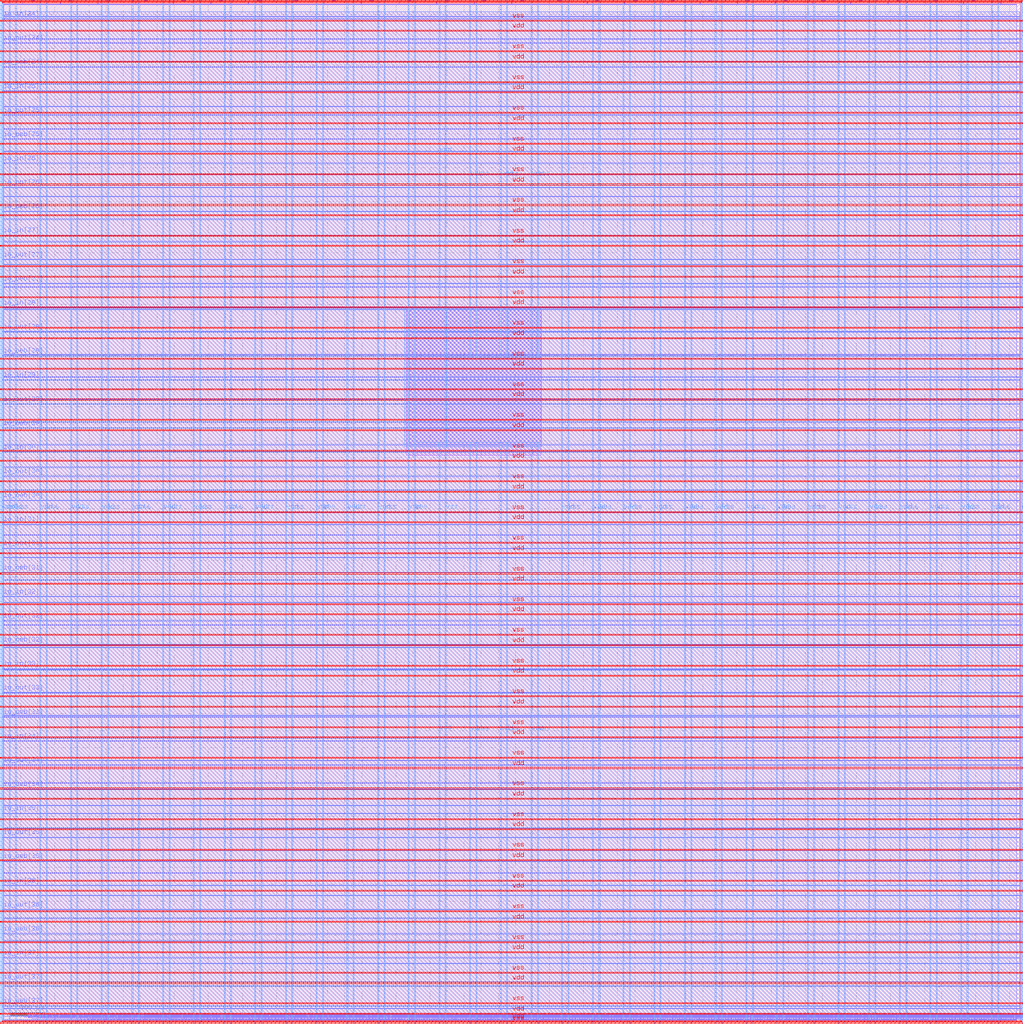
<source format=lef>
VERSION 5.7 ;
  NOWIREEXTENSIONATPIN ON ;
  DIVIDERCHAR "/" ;
  BUSBITCHARS "[]" ;
MACRO user_project_wrapper
  CLASS BLOCK ;
  FOREIGN user_project_wrapper ;
  ORIGIN 0.000 0.000 ;
  SIZE 2980.200 BY 2980.200 ;
  PIN io_in[0]
    DIRECTION INPUT ;
    USE SIGNAL ;
    PORT
      LAYER Metal3 ;
        RECT 2977.800 35.560 2985.000 36.680 ;
    END
  END io_in[0]
  PIN io_in[10]
    DIRECTION INPUT ;
    USE SIGNAL ;
    PORT
      LAYER Metal3 ;
        RECT 2977.800 2017.960 2985.000 2019.080 ;
    END
  END io_in[10]
  PIN io_in[11]
    DIRECTION INPUT ;
    USE SIGNAL ;
    PORT
      LAYER Metal3 ;
        RECT 2977.800 2216.200 2985.000 2217.320 ;
    END
  END io_in[11]
  PIN io_in[12]
    DIRECTION INPUT ;
    USE SIGNAL ;
    PORT
      LAYER Metal3 ;
        RECT 2977.800 2414.440 2985.000 2415.560 ;
    END
  END io_in[12]
  PIN io_in[13]
    DIRECTION INPUT ;
    USE SIGNAL ;
    PORT
      LAYER Metal3 ;
        RECT 2977.800 2612.680 2985.000 2613.800 ;
    END
  END io_in[13]
  PIN io_in[14]
    DIRECTION INPUT ;
    USE SIGNAL ;
    PORT
      LAYER Metal3 ;
        RECT 2977.800 2810.920 2985.000 2812.040 ;
    END
  END io_in[14]
  PIN io_in[15]
    DIRECTION INPUT ;
    USE SIGNAL ;
    PORT
      LAYER Metal2 ;
        RECT 2923.480 2977.800 2924.600 2985.000 ;
    END
  END io_in[15]
  PIN io_in[16]
    DIRECTION INPUT ;
    USE SIGNAL ;
    PORT
      LAYER Metal2 ;
        RECT 2592.520 2977.800 2593.640 2985.000 ;
    END
  END io_in[16]
  PIN io_in[17]
    DIRECTION INPUT ;
    USE SIGNAL ;
    PORT
      LAYER Metal2 ;
        RECT 2261.560 2977.800 2262.680 2985.000 ;
    END
  END io_in[17]
  PIN io_in[18]
    DIRECTION INPUT ;
    USE SIGNAL ;
    PORT
      LAYER Metal2 ;
        RECT 1930.600 2977.800 1931.720 2985.000 ;
    END
  END io_in[18]
  PIN io_in[19]
    DIRECTION INPUT ;
    USE SIGNAL ;
    PORT
      LAYER Metal2 ;
        RECT 1599.640 2977.800 1600.760 2985.000 ;
    END
  END io_in[19]
  PIN io_in[1]
    DIRECTION INPUT ;
    USE SIGNAL ;
    PORT
      LAYER Metal3 ;
        RECT 2977.800 233.800 2985.000 234.920 ;
    END
  END io_in[1]
  PIN io_in[20]
    DIRECTION INPUT ;
    USE SIGNAL ;
    PORT
      LAYER Metal2 ;
        RECT 1268.680 2977.800 1269.800 2985.000 ;
    END
  END io_in[20]
  PIN io_in[21]
    DIRECTION INPUT ;
    USE SIGNAL ;
    PORT
      LAYER Metal2 ;
        RECT 937.720 2977.800 938.840 2985.000 ;
    END
  END io_in[21]
  PIN io_in[22]
    DIRECTION INPUT ;
    USE SIGNAL ;
    PORT
      LAYER Metal2 ;
        RECT 606.760 2977.800 607.880 2985.000 ;
    END
  END io_in[22]
  PIN io_in[23]
    DIRECTION INPUT ;
    USE SIGNAL ;
    PORT
      LAYER Metal2 ;
        RECT 275.800 2977.800 276.920 2985.000 ;
    END
  END io_in[23]
  PIN io_in[24]
    DIRECTION INPUT ;
    USE SIGNAL ;
    PORT
      LAYER Metal3 ;
        RECT -4.800 2935.800 2.400 2936.920 ;
    END
  END io_in[24]
  PIN io_in[25]
    DIRECTION INPUT ;
    USE SIGNAL ;
    PORT
      LAYER Metal3 ;
        RECT -4.800 2724.120 2.400 2725.240 ;
    END
  END io_in[25]
  PIN io_in[26]
    DIRECTION INPUT ;
    USE SIGNAL ;
    PORT
      LAYER Metal3 ;
        RECT -4.800 2512.440 2.400 2513.560 ;
    END
  END io_in[26]
  PIN io_in[27]
    DIRECTION INPUT ;
    USE SIGNAL ;
    PORT
      LAYER Metal3 ;
        RECT -4.800 2300.760 2.400 2301.880 ;
    END
  END io_in[27]
  PIN io_in[28]
    DIRECTION INPUT ;
    USE SIGNAL ;
    PORT
      LAYER Metal3 ;
        RECT -4.800 2089.080 2.400 2090.200 ;
    END
  END io_in[28]
  PIN io_in[29]
    DIRECTION INPUT ;
    USE SIGNAL ;
    PORT
      LAYER Metal3 ;
        RECT -4.800 1877.400 2.400 1878.520 ;
    END
  END io_in[29]
  PIN io_in[2]
    DIRECTION INPUT ;
    USE SIGNAL ;
    PORT
      LAYER Metal3 ;
        RECT 2977.800 432.040 2985.000 433.160 ;
    END
  END io_in[2]
  PIN io_in[30]
    DIRECTION INPUT ;
    USE SIGNAL ;
    PORT
      LAYER Metal3 ;
        RECT -4.800 1665.720 2.400 1666.840 ;
    END
  END io_in[30]
  PIN io_in[31]
    DIRECTION INPUT ;
    USE SIGNAL ;
    PORT
      LAYER Metal3 ;
        RECT -4.800 1454.040 2.400 1455.160 ;
    END
  END io_in[31]
  PIN io_in[32]
    DIRECTION INPUT ;
    USE SIGNAL ;
    PORT
      LAYER Metal3 ;
        RECT -4.800 1242.360 2.400 1243.480 ;
    END
  END io_in[32]
  PIN io_in[33]
    DIRECTION INPUT ;
    USE SIGNAL ;
    PORT
      LAYER Metal3 ;
        RECT -4.800 1030.680 2.400 1031.800 ;
    END
  END io_in[33]
  PIN io_in[34]
    DIRECTION INPUT ;
    USE SIGNAL ;
    PORT
      LAYER Metal3 ;
        RECT -4.800 819.000 2.400 820.120 ;
    END
  END io_in[34]
  PIN io_in[35]
    DIRECTION INPUT ;
    USE SIGNAL ;
    PORT
      LAYER Metal3 ;
        RECT -4.800 607.320 2.400 608.440 ;
    END
  END io_in[35]
  PIN io_in[36]
    DIRECTION INPUT ;
    USE SIGNAL ;
    PORT
      LAYER Metal3 ;
        RECT -4.800 395.640 2.400 396.760 ;
    END
  END io_in[36]
  PIN io_in[37]
    DIRECTION INPUT ;
    USE SIGNAL ;
    PORT
      LAYER Metal3 ;
        RECT -4.800 183.960 2.400 185.080 ;
    END
  END io_in[37]
  PIN io_in[3]
    DIRECTION INPUT ;
    USE SIGNAL ;
    PORT
      LAYER Metal3 ;
        RECT 2977.800 630.280 2985.000 631.400 ;
    END
  END io_in[3]
  PIN io_in[4]
    DIRECTION INPUT ;
    USE SIGNAL ;
    PORT
      LAYER Metal3 ;
        RECT 2977.800 828.520 2985.000 829.640 ;
    END
  END io_in[4]
  PIN io_in[5]
    DIRECTION INPUT ;
    USE SIGNAL ;
    PORT
      LAYER Metal3 ;
        RECT 2977.800 1026.760 2985.000 1027.880 ;
    END
  END io_in[5]
  PIN io_in[6]
    DIRECTION INPUT ;
    USE SIGNAL ;
    PORT
      LAYER Metal3 ;
        RECT 2977.800 1225.000 2985.000 1226.120 ;
    END
  END io_in[6]
  PIN io_in[7]
    DIRECTION INPUT ;
    USE SIGNAL ;
    PORT
      LAYER Metal3 ;
        RECT 2977.800 1423.240 2985.000 1424.360 ;
    END
  END io_in[7]
  PIN io_in[8]
    DIRECTION INPUT ;
    USE SIGNAL ;
    PORT
      LAYER Metal3 ;
        RECT 2977.800 1621.480 2985.000 1622.600 ;
    END
  END io_in[8]
  PIN io_in[9]
    DIRECTION INPUT ;
    USE SIGNAL ;
    PORT
      LAYER Metal3 ;
        RECT 2977.800 1819.720 2985.000 1820.840 ;
    END
  END io_in[9]
  PIN io_oeb[0]
    DIRECTION OUTPUT TRISTATE ;
    USE SIGNAL ;
    PORT
      LAYER Metal3 ;
        RECT 2977.800 167.720 2985.000 168.840 ;
    END
  END io_oeb[0]
  PIN io_oeb[10]
    DIRECTION OUTPUT TRISTATE ;
    USE SIGNAL ;
    PORT
      LAYER Metal3 ;
        RECT 2977.800 2150.120 2985.000 2151.240 ;
    END
  END io_oeb[10]
  PIN io_oeb[11]
    DIRECTION OUTPUT TRISTATE ;
    USE SIGNAL ;
    PORT
      LAYER Metal3 ;
        RECT 2977.800 2348.360 2985.000 2349.480 ;
    END
  END io_oeb[11]
  PIN io_oeb[12]
    DIRECTION OUTPUT TRISTATE ;
    USE SIGNAL ;
    PORT
      LAYER Metal3 ;
        RECT 2977.800 2546.600 2985.000 2547.720 ;
    END
  END io_oeb[12]
  PIN io_oeb[13]
    DIRECTION OUTPUT TRISTATE ;
    USE SIGNAL ;
    PORT
      LAYER Metal3 ;
        RECT 2977.800 2744.840 2985.000 2745.960 ;
    END
  END io_oeb[13]
  PIN io_oeb[14]
    DIRECTION OUTPUT TRISTATE ;
    USE SIGNAL ;
    PORT
      LAYER Metal3 ;
        RECT 2977.800 2943.080 2985.000 2944.200 ;
    END
  END io_oeb[14]
  PIN io_oeb[15]
    DIRECTION OUTPUT TRISTATE ;
    USE SIGNAL ;
    PORT
      LAYER Metal2 ;
        RECT 2702.840 2977.800 2703.960 2985.000 ;
    END
  END io_oeb[15]
  PIN io_oeb[16]
    DIRECTION OUTPUT TRISTATE ;
    USE SIGNAL ;
    PORT
      LAYER Metal2 ;
        RECT 2371.880 2977.800 2373.000 2985.000 ;
    END
  END io_oeb[16]
  PIN io_oeb[17]
    DIRECTION OUTPUT TRISTATE ;
    USE SIGNAL ;
    PORT
      LAYER Metal2 ;
        RECT 2040.920 2977.800 2042.040 2985.000 ;
    END
  END io_oeb[17]
  PIN io_oeb[18]
    DIRECTION OUTPUT TRISTATE ;
    USE SIGNAL ;
    PORT
      LAYER Metal2 ;
        RECT 1709.960 2977.800 1711.080 2985.000 ;
    END
  END io_oeb[18]
  PIN io_oeb[19]
    DIRECTION OUTPUT TRISTATE ;
    USE SIGNAL ;
    PORT
      LAYER Metal2 ;
        RECT 1379.000 2977.800 1380.120 2985.000 ;
    END
  END io_oeb[19]
  PIN io_oeb[1]
    DIRECTION OUTPUT TRISTATE ;
    USE SIGNAL ;
    PORT
      LAYER Metal3 ;
        RECT 2977.800 365.960 2985.000 367.080 ;
    END
  END io_oeb[1]
  PIN io_oeb[20]
    DIRECTION OUTPUT TRISTATE ;
    USE SIGNAL ;
    PORT
      LAYER Metal2 ;
        RECT 1048.040 2977.800 1049.160 2985.000 ;
    END
  END io_oeb[20]
  PIN io_oeb[21]
    DIRECTION OUTPUT TRISTATE ;
    USE SIGNAL ;
    PORT
      LAYER Metal2 ;
        RECT 717.080 2977.800 718.200 2985.000 ;
    END
  END io_oeb[21]
  PIN io_oeb[22]
    DIRECTION OUTPUT TRISTATE ;
    USE SIGNAL ;
    PORT
      LAYER Metal2 ;
        RECT 386.120 2977.800 387.240 2985.000 ;
    END
  END io_oeb[22]
  PIN io_oeb[23]
    DIRECTION OUTPUT TRISTATE ;
    USE SIGNAL ;
    PORT
      LAYER Metal2 ;
        RECT 55.160 2977.800 56.280 2985.000 ;
    END
  END io_oeb[23]
  PIN io_oeb[24]
    DIRECTION OUTPUT TRISTATE ;
    USE SIGNAL ;
    PORT
      LAYER Metal3 ;
        RECT -4.800 2794.680 2.400 2795.800 ;
    END
  END io_oeb[24]
  PIN io_oeb[25]
    DIRECTION OUTPUT TRISTATE ;
    USE SIGNAL ;
    PORT
      LAYER Metal3 ;
        RECT -4.800 2583.000 2.400 2584.120 ;
    END
  END io_oeb[25]
  PIN io_oeb[26]
    DIRECTION OUTPUT TRISTATE ;
    USE SIGNAL ;
    PORT
      LAYER Metal3 ;
        RECT -4.800 2371.320 2.400 2372.440 ;
    END
  END io_oeb[26]
  PIN io_oeb[27]
    DIRECTION OUTPUT TRISTATE ;
    USE SIGNAL ;
    PORT
      LAYER Metal3 ;
        RECT -4.800 2159.640 2.400 2160.760 ;
    END
  END io_oeb[27]
  PIN io_oeb[28]
    DIRECTION OUTPUT TRISTATE ;
    USE SIGNAL ;
    PORT
      LAYER Metal3 ;
        RECT -4.800 1947.960 2.400 1949.080 ;
    END
  END io_oeb[28]
  PIN io_oeb[29]
    DIRECTION OUTPUT TRISTATE ;
    USE SIGNAL ;
    PORT
      LAYER Metal3 ;
        RECT -4.800 1736.280 2.400 1737.400 ;
    END
  END io_oeb[29]
  PIN io_oeb[2]
    DIRECTION OUTPUT TRISTATE ;
    USE SIGNAL ;
    PORT
      LAYER Metal3 ;
        RECT 2977.800 564.200 2985.000 565.320 ;
    END
  END io_oeb[2]
  PIN io_oeb[30]
    DIRECTION OUTPUT TRISTATE ;
    USE SIGNAL ;
    PORT
      LAYER Metal3 ;
        RECT -4.800 1524.600 2.400 1525.720 ;
    END
  END io_oeb[30]
  PIN io_oeb[31]
    DIRECTION OUTPUT TRISTATE ;
    USE SIGNAL ;
    PORT
      LAYER Metal3 ;
        RECT -4.800 1312.920 2.400 1314.040 ;
    END
  END io_oeb[31]
  PIN io_oeb[32]
    DIRECTION OUTPUT TRISTATE ;
    USE SIGNAL ;
    PORT
      LAYER Metal3 ;
        RECT -4.800 1101.240 2.400 1102.360 ;
    END
  END io_oeb[32]
  PIN io_oeb[33]
    DIRECTION OUTPUT TRISTATE ;
    USE SIGNAL ;
    PORT
      LAYER Metal3 ;
        RECT -4.800 889.560 2.400 890.680 ;
    END
  END io_oeb[33]
  PIN io_oeb[34]
    DIRECTION OUTPUT TRISTATE ;
    USE SIGNAL ;
    PORT
      LAYER Metal3 ;
        RECT -4.800 677.880 2.400 679.000 ;
    END
  END io_oeb[34]
  PIN io_oeb[35]
    DIRECTION OUTPUT TRISTATE ;
    USE SIGNAL ;
    PORT
      LAYER Metal3 ;
        RECT -4.800 466.200 2.400 467.320 ;
    END
  END io_oeb[35]
  PIN io_oeb[36]
    DIRECTION OUTPUT TRISTATE ;
    USE SIGNAL ;
    PORT
      LAYER Metal3 ;
        RECT -4.800 254.520 2.400 255.640 ;
    END
  END io_oeb[36]
  PIN io_oeb[37]
    DIRECTION OUTPUT TRISTATE ;
    USE SIGNAL ;
    PORT
      LAYER Metal3 ;
        RECT -4.800 42.840 2.400 43.960 ;
    END
  END io_oeb[37]
  PIN io_oeb[3]
    DIRECTION OUTPUT TRISTATE ;
    USE SIGNAL ;
    PORT
      LAYER Metal3 ;
        RECT 2977.800 762.440 2985.000 763.560 ;
    END
  END io_oeb[3]
  PIN io_oeb[4]
    DIRECTION OUTPUT TRISTATE ;
    USE SIGNAL ;
    PORT
      LAYER Metal3 ;
        RECT 2977.800 960.680 2985.000 961.800 ;
    END
  END io_oeb[4]
  PIN io_oeb[5]
    DIRECTION OUTPUT TRISTATE ;
    USE SIGNAL ;
    PORT
      LAYER Metal3 ;
        RECT 2977.800 1158.920 2985.000 1160.040 ;
    END
  END io_oeb[5]
  PIN io_oeb[6]
    DIRECTION OUTPUT TRISTATE ;
    USE SIGNAL ;
    PORT
      LAYER Metal3 ;
        RECT 2977.800 1357.160 2985.000 1358.280 ;
    END
  END io_oeb[6]
  PIN io_oeb[7]
    DIRECTION OUTPUT TRISTATE ;
    USE SIGNAL ;
    PORT
      LAYER Metal3 ;
        RECT 2977.800 1555.400 2985.000 1556.520 ;
    END
  END io_oeb[7]
  PIN io_oeb[8]
    DIRECTION OUTPUT TRISTATE ;
    USE SIGNAL ;
    PORT
      LAYER Metal3 ;
        RECT 2977.800 1753.640 2985.000 1754.760 ;
    END
  END io_oeb[8]
  PIN io_oeb[9]
    DIRECTION OUTPUT TRISTATE ;
    USE SIGNAL ;
    PORT
      LAYER Metal3 ;
        RECT 2977.800 1951.880 2985.000 1953.000 ;
    END
  END io_oeb[9]
  PIN io_out[0]
    DIRECTION OUTPUT TRISTATE ;
    USE SIGNAL ;
    PORT
      LAYER Metal3 ;
        RECT 2977.800 101.640 2985.000 102.760 ;
    END
  END io_out[0]
  PIN io_out[10]
    DIRECTION OUTPUT TRISTATE ;
    USE SIGNAL ;
    PORT
      LAYER Metal3 ;
        RECT 2977.800 2084.040 2985.000 2085.160 ;
    END
  END io_out[10]
  PIN io_out[11]
    DIRECTION OUTPUT TRISTATE ;
    USE SIGNAL ;
    PORT
      LAYER Metal3 ;
        RECT 2977.800 2282.280 2985.000 2283.400 ;
    END
  END io_out[11]
  PIN io_out[12]
    DIRECTION OUTPUT TRISTATE ;
    USE SIGNAL ;
    PORT
      LAYER Metal3 ;
        RECT 2977.800 2480.520 2985.000 2481.640 ;
    END
  END io_out[12]
  PIN io_out[13]
    DIRECTION OUTPUT TRISTATE ;
    USE SIGNAL ;
    PORT
      LAYER Metal3 ;
        RECT 2977.800 2678.760 2985.000 2679.880 ;
    END
  END io_out[13]
  PIN io_out[14]
    DIRECTION OUTPUT TRISTATE ;
    USE SIGNAL ;
    PORT
      LAYER Metal3 ;
        RECT 2977.800 2877.000 2985.000 2878.120 ;
    END
  END io_out[14]
  PIN io_out[15]
    DIRECTION OUTPUT TRISTATE ;
    USE SIGNAL ;
    PORT
      LAYER Metal2 ;
        RECT 2813.160 2977.800 2814.280 2985.000 ;
    END
  END io_out[15]
  PIN io_out[16]
    DIRECTION OUTPUT TRISTATE ;
    USE SIGNAL ;
    PORT
      LAYER Metal2 ;
        RECT 2482.200 2977.800 2483.320 2985.000 ;
    END
  END io_out[16]
  PIN io_out[17]
    DIRECTION OUTPUT TRISTATE ;
    USE SIGNAL ;
    PORT
      LAYER Metal2 ;
        RECT 2151.240 2977.800 2152.360 2985.000 ;
    END
  END io_out[17]
  PIN io_out[18]
    DIRECTION OUTPUT TRISTATE ;
    USE SIGNAL ;
    PORT
      LAYER Metal2 ;
        RECT 1820.280 2977.800 1821.400 2985.000 ;
    END
  END io_out[18]
  PIN io_out[19]
    DIRECTION OUTPUT TRISTATE ;
    USE SIGNAL ;
    PORT
      LAYER Metal2 ;
        RECT 1489.320 2977.800 1490.440 2985.000 ;
    END
  END io_out[19]
  PIN io_out[1]
    DIRECTION OUTPUT TRISTATE ;
    USE SIGNAL ;
    PORT
      LAYER Metal3 ;
        RECT 2977.800 299.880 2985.000 301.000 ;
    END
  END io_out[1]
  PIN io_out[20]
    DIRECTION OUTPUT TRISTATE ;
    USE SIGNAL ;
    PORT
      LAYER Metal2 ;
        RECT 1158.360 2977.800 1159.480 2985.000 ;
    END
  END io_out[20]
  PIN io_out[21]
    DIRECTION OUTPUT TRISTATE ;
    USE SIGNAL ;
    PORT
      LAYER Metal2 ;
        RECT 827.400 2977.800 828.520 2985.000 ;
    END
  END io_out[21]
  PIN io_out[22]
    DIRECTION OUTPUT TRISTATE ;
    USE SIGNAL ;
    PORT
      LAYER Metal2 ;
        RECT 496.440 2977.800 497.560 2985.000 ;
    END
  END io_out[22]
  PIN io_out[23]
    DIRECTION OUTPUT TRISTATE ;
    USE SIGNAL ;
    PORT
      LAYER Metal2 ;
        RECT 165.480 2977.800 166.600 2985.000 ;
    END
  END io_out[23]
  PIN io_out[24]
    DIRECTION OUTPUT TRISTATE ;
    USE SIGNAL ;
    PORT
      LAYER Metal3 ;
        RECT -4.800 2865.240 2.400 2866.360 ;
    END
  END io_out[24]
  PIN io_out[25]
    DIRECTION OUTPUT TRISTATE ;
    USE SIGNAL ;
    PORT
      LAYER Metal3 ;
        RECT -4.800 2653.560 2.400 2654.680 ;
    END
  END io_out[25]
  PIN io_out[26]
    DIRECTION OUTPUT TRISTATE ;
    USE SIGNAL ;
    PORT
      LAYER Metal3 ;
        RECT -4.800 2441.880 2.400 2443.000 ;
    END
  END io_out[26]
  PIN io_out[27]
    DIRECTION OUTPUT TRISTATE ;
    USE SIGNAL ;
    PORT
      LAYER Metal3 ;
        RECT -4.800 2230.200 2.400 2231.320 ;
    END
  END io_out[27]
  PIN io_out[28]
    DIRECTION OUTPUT TRISTATE ;
    USE SIGNAL ;
    PORT
      LAYER Metal3 ;
        RECT -4.800 2018.520 2.400 2019.640 ;
    END
  END io_out[28]
  PIN io_out[29]
    DIRECTION OUTPUT TRISTATE ;
    USE SIGNAL ;
    PORT
      LAYER Metal3 ;
        RECT -4.800 1806.840 2.400 1807.960 ;
    END
  END io_out[29]
  PIN io_out[2]
    DIRECTION OUTPUT TRISTATE ;
    USE SIGNAL ;
    PORT
      LAYER Metal3 ;
        RECT 2977.800 498.120 2985.000 499.240 ;
    END
  END io_out[2]
  PIN io_out[30]
    DIRECTION OUTPUT TRISTATE ;
    USE SIGNAL ;
    PORT
      LAYER Metal3 ;
        RECT -4.800 1595.160 2.400 1596.280 ;
    END
  END io_out[30]
  PIN io_out[31]
    DIRECTION OUTPUT TRISTATE ;
    USE SIGNAL ;
    PORT
      LAYER Metal3 ;
        RECT -4.800 1383.480 2.400 1384.600 ;
    END
  END io_out[31]
  PIN io_out[32]
    DIRECTION OUTPUT TRISTATE ;
    USE SIGNAL ;
    PORT
      LAYER Metal3 ;
        RECT -4.800 1171.800 2.400 1172.920 ;
    END
  END io_out[32]
  PIN io_out[33]
    DIRECTION OUTPUT TRISTATE ;
    USE SIGNAL ;
    PORT
      LAYER Metal3 ;
        RECT -4.800 960.120 2.400 961.240 ;
    END
  END io_out[33]
  PIN io_out[34]
    DIRECTION OUTPUT TRISTATE ;
    USE SIGNAL ;
    PORT
      LAYER Metal3 ;
        RECT -4.800 748.440 2.400 749.560 ;
    END
  END io_out[34]
  PIN io_out[35]
    DIRECTION OUTPUT TRISTATE ;
    USE SIGNAL ;
    PORT
      LAYER Metal3 ;
        RECT -4.800 536.760 2.400 537.880 ;
    END
  END io_out[35]
  PIN io_out[36]
    DIRECTION OUTPUT TRISTATE ;
    USE SIGNAL ;
    PORT
      LAYER Metal3 ;
        RECT -4.800 325.080 2.400 326.200 ;
    END
  END io_out[36]
  PIN io_out[37]
    DIRECTION OUTPUT TRISTATE ;
    USE SIGNAL ;
    PORT
      LAYER Metal3 ;
        RECT -4.800 113.400 2.400 114.520 ;
    END
  END io_out[37]
  PIN io_out[3]
    DIRECTION OUTPUT TRISTATE ;
    USE SIGNAL ;
    PORT
      LAYER Metal3 ;
        RECT 2977.800 696.360 2985.000 697.480 ;
    END
  END io_out[3]
  PIN io_out[4]
    DIRECTION OUTPUT TRISTATE ;
    USE SIGNAL ;
    PORT
      LAYER Metal3 ;
        RECT 2977.800 894.600 2985.000 895.720 ;
    END
  END io_out[4]
  PIN io_out[5]
    DIRECTION OUTPUT TRISTATE ;
    USE SIGNAL ;
    PORT
      LAYER Metal3 ;
        RECT 2977.800 1092.840 2985.000 1093.960 ;
    END
  END io_out[5]
  PIN io_out[6]
    DIRECTION OUTPUT TRISTATE ;
    USE SIGNAL ;
    PORT
      LAYER Metal3 ;
        RECT 2977.800 1291.080 2985.000 1292.200 ;
    END
  END io_out[6]
  PIN io_out[7]
    DIRECTION OUTPUT TRISTATE ;
    USE SIGNAL ;
    PORT
      LAYER Metal3 ;
        RECT 2977.800 1489.320 2985.000 1490.440 ;
    END
  END io_out[7]
  PIN io_out[8]
    DIRECTION OUTPUT TRISTATE ;
    USE SIGNAL ;
    PORT
      LAYER Metal3 ;
        RECT 2977.800 1687.560 2985.000 1688.680 ;
    END
  END io_out[8]
  PIN io_out[9]
    DIRECTION OUTPUT TRISTATE ;
    USE SIGNAL ;
    PORT
      LAYER Metal3 ;
        RECT 2977.800 1885.800 2985.000 1886.920 ;
    END
  END io_out[9]
  PIN la_data_in[0]
    DIRECTION INPUT ;
    USE SIGNAL ;
    PORT
      LAYER Metal2 ;
        RECT 1065.960 -4.800 1067.080 2.400 ;
    END
  END la_data_in[0]
  PIN la_data_in[10]
    DIRECTION INPUT ;
    USE SIGNAL ;
    PORT
      LAYER Metal2 ;
        RECT 1351.560 -4.800 1352.680 2.400 ;
    END
  END la_data_in[10]
  PIN la_data_in[11]
    DIRECTION INPUT ;
    USE SIGNAL ;
    PORT
      LAYER Metal2 ;
        RECT 1380.120 -4.800 1381.240 2.400 ;
    END
  END la_data_in[11]
  PIN la_data_in[12]
    DIRECTION INPUT ;
    USE SIGNAL ;
    PORT
      LAYER Metal2 ;
        RECT 1408.680 -4.800 1409.800 2.400 ;
    END
  END la_data_in[12]
  PIN la_data_in[13]
    DIRECTION INPUT ;
    USE SIGNAL ;
    PORT
      LAYER Metal2 ;
        RECT 1437.240 -4.800 1438.360 2.400 ;
    END
  END la_data_in[13]
  PIN la_data_in[14]
    DIRECTION INPUT ;
    USE SIGNAL ;
    PORT
      LAYER Metal2 ;
        RECT 1465.800 -4.800 1466.920 2.400 ;
    END
  END la_data_in[14]
  PIN la_data_in[15]
    DIRECTION INPUT ;
    USE SIGNAL ;
    PORT
      LAYER Metal2 ;
        RECT 1494.360 -4.800 1495.480 2.400 ;
    END
  END la_data_in[15]
  PIN la_data_in[16]
    DIRECTION INPUT ;
    USE SIGNAL ;
    PORT
      LAYER Metal2 ;
        RECT 1522.920 -4.800 1524.040 2.400 ;
    END
  END la_data_in[16]
  PIN la_data_in[17]
    DIRECTION INPUT ;
    USE SIGNAL ;
    PORT
      LAYER Metal2 ;
        RECT 1551.480 -4.800 1552.600 2.400 ;
    END
  END la_data_in[17]
  PIN la_data_in[18]
    DIRECTION INPUT ;
    USE SIGNAL ;
    PORT
      LAYER Metal2 ;
        RECT 1580.040 -4.800 1581.160 2.400 ;
    END
  END la_data_in[18]
  PIN la_data_in[19]
    DIRECTION INPUT ;
    USE SIGNAL ;
    PORT
      LAYER Metal2 ;
        RECT 1608.600 -4.800 1609.720 2.400 ;
    END
  END la_data_in[19]
  PIN la_data_in[1]
    DIRECTION INPUT ;
    USE SIGNAL ;
    PORT
      LAYER Metal2 ;
        RECT 1094.520 -4.800 1095.640 2.400 ;
    END
  END la_data_in[1]
  PIN la_data_in[20]
    DIRECTION INPUT ;
    USE SIGNAL ;
    PORT
      LAYER Metal2 ;
        RECT 1637.160 -4.800 1638.280 2.400 ;
    END
  END la_data_in[20]
  PIN la_data_in[21]
    DIRECTION INPUT ;
    USE SIGNAL ;
    PORT
      LAYER Metal2 ;
        RECT 1665.720 -4.800 1666.840 2.400 ;
    END
  END la_data_in[21]
  PIN la_data_in[22]
    DIRECTION INPUT ;
    USE SIGNAL ;
    PORT
      LAYER Metal2 ;
        RECT 1694.280 -4.800 1695.400 2.400 ;
    END
  END la_data_in[22]
  PIN la_data_in[23]
    DIRECTION INPUT ;
    USE SIGNAL ;
    PORT
      LAYER Metal2 ;
        RECT 1722.840 -4.800 1723.960 2.400 ;
    END
  END la_data_in[23]
  PIN la_data_in[24]
    DIRECTION INPUT ;
    USE SIGNAL ;
    PORT
      LAYER Metal2 ;
        RECT 1751.400 -4.800 1752.520 2.400 ;
    END
  END la_data_in[24]
  PIN la_data_in[25]
    DIRECTION INPUT ;
    USE SIGNAL ;
    PORT
      LAYER Metal2 ;
        RECT 1779.960 -4.800 1781.080 2.400 ;
    END
  END la_data_in[25]
  PIN la_data_in[26]
    DIRECTION INPUT ;
    USE SIGNAL ;
    PORT
      LAYER Metal2 ;
        RECT 1808.520 -4.800 1809.640 2.400 ;
    END
  END la_data_in[26]
  PIN la_data_in[27]
    DIRECTION INPUT ;
    USE SIGNAL ;
    PORT
      LAYER Metal2 ;
        RECT 1837.080 -4.800 1838.200 2.400 ;
    END
  END la_data_in[27]
  PIN la_data_in[28]
    DIRECTION INPUT ;
    USE SIGNAL ;
    PORT
      LAYER Metal2 ;
        RECT 1865.640 -4.800 1866.760 2.400 ;
    END
  END la_data_in[28]
  PIN la_data_in[29]
    DIRECTION INPUT ;
    USE SIGNAL ;
    PORT
      LAYER Metal2 ;
        RECT 1894.200 -4.800 1895.320 2.400 ;
    END
  END la_data_in[29]
  PIN la_data_in[2]
    DIRECTION INPUT ;
    USE SIGNAL ;
    PORT
      LAYER Metal2 ;
        RECT 1123.080 -4.800 1124.200 2.400 ;
    END
  END la_data_in[2]
  PIN la_data_in[30]
    DIRECTION INPUT ;
    USE SIGNAL ;
    PORT
      LAYER Metal2 ;
        RECT 1922.760 -4.800 1923.880 2.400 ;
    END
  END la_data_in[30]
  PIN la_data_in[31]
    DIRECTION INPUT ;
    USE SIGNAL ;
    PORT
      LAYER Metal2 ;
        RECT 1951.320 -4.800 1952.440 2.400 ;
    END
  END la_data_in[31]
  PIN la_data_in[32]
    DIRECTION INPUT ;
    USE SIGNAL ;
    PORT
      LAYER Metal2 ;
        RECT 1979.880 -4.800 1981.000 2.400 ;
    END
  END la_data_in[32]
  PIN la_data_in[33]
    DIRECTION INPUT ;
    USE SIGNAL ;
    PORT
      LAYER Metal2 ;
        RECT 2008.440 -4.800 2009.560 2.400 ;
    END
  END la_data_in[33]
  PIN la_data_in[34]
    DIRECTION INPUT ;
    USE SIGNAL ;
    PORT
      LAYER Metal2 ;
        RECT 2037.000 -4.800 2038.120 2.400 ;
    END
  END la_data_in[34]
  PIN la_data_in[35]
    DIRECTION INPUT ;
    USE SIGNAL ;
    PORT
      LAYER Metal2 ;
        RECT 2065.560 -4.800 2066.680 2.400 ;
    END
  END la_data_in[35]
  PIN la_data_in[36]
    DIRECTION INPUT ;
    USE SIGNAL ;
    PORT
      LAYER Metal2 ;
        RECT 2094.120 -4.800 2095.240 2.400 ;
    END
  END la_data_in[36]
  PIN la_data_in[37]
    DIRECTION INPUT ;
    USE SIGNAL ;
    PORT
      LAYER Metal2 ;
        RECT 2122.680 -4.800 2123.800 2.400 ;
    END
  END la_data_in[37]
  PIN la_data_in[38]
    DIRECTION INPUT ;
    USE SIGNAL ;
    PORT
      LAYER Metal2 ;
        RECT 2151.240 -4.800 2152.360 2.400 ;
    END
  END la_data_in[38]
  PIN la_data_in[39]
    DIRECTION INPUT ;
    USE SIGNAL ;
    PORT
      LAYER Metal2 ;
        RECT 2179.800 -4.800 2180.920 2.400 ;
    END
  END la_data_in[39]
  PIN la_data_in[3]
    DIRECTION INPUT ;
    USE SIGNAL ;
    PORT
      LAYER Metal2 ;
        RECT 1151.640 -4.800 1152.760 2.400 ;
    END
  END la_data_in[3]
  PIN la_data_in[40]
    DIRECTION INPUT ;
    USE SIGNAL ;
    PORT
      LAYER Metal2 ;
        RECT 2208.360 -4.800 2209.480 2.400 ;
    END
  END la_data_in[40]
  PIN la_data_in[41]
    DIRECTION INPUT ;
    USE SIGNAL ;
    PORT
      LAYER Metal2 ;
        RECT 2236.920 -4.800 2238.040 2.400 ;
    END
  END la_data_in[41]
  PIN la_data_in[42]
    DIRECTION INPUT ;
    USE SIGNAL ;
    PORT
      LAYER Metal2 ;
        RECT 2265.480 -4.800 2266.600 2.400 ;
    END
  END la_data_in[42]
  PIN la_data_in[43]
    DIRECTION INPUT ;
    USE SIGNAL ;
    PORT
      LAYER Metal2 ;
        RECT 2294.040 -4.800 2295.160 2.400 ;
    END
  END la_data_in[43]
  PIN la_data_in[44]
    DIRECTION INPUT ;
    USE SIGNAL ;
    PORT
      LAYER Metal2 ;
        RECT 2322.600 -4.800 2323.720 2.400 ;
    END
  END la_data_in[44]
  PIN la_data_in[45]
    DIRECTION INPUT ;
    USE SIGNAL ;
    PORT
      LAYER Metal2 ;
        RECT 2351.160 -4.800 2352.280 2.400 ;
    END
  END la_data_in[45]
  PIN la_data_in[46]
    DIRECTION INPUT ;
    USE SIGNAL ;
    PORT
      LAYER Metal2 ;
        RECT 2379.720 -4.800 2380.840 2.400 ;
    END
  END la_data_in[46]
  PIN la_data_in[47]
    DIRECTION INPUT ;
    USE SIGNAL ;
    PORT
      LAYER Metal2 ;
        RECT 2408.280 -4.800 2409.400 2.400 ;
    END
  END la_data_in[47]
  PIN la_data_in[48]
    DIRECTION INPUT ;
    USE SIGNAL ;
    PORT
      LAYER Metal2 ;
        RECT 2436.840 -4.800 2437.960 2.400 ;
    END
  END la_data_in[48]
  PIN la_data_in[49]
    DIRECTION INPUT ;
    USE SIGNAL ;
    PORT
      LAYER Metal2 ;
        RECT 2465.400 -4.800 2466.520 2.400 ;
    END
  END la_data_in[49]
  PIN la_data_in[4]
    DIRECTION INPUT ;
    USE SIGNAL ;
    PORT
      LAYER Metal2 ;
        RECT 1180.200 -4.800 1181.320 2.400 ;
    END
  END la_data_in[4]
  PIN la_data_in[50]
    DIRECTION INPUT ;
    USE SIGNAL ;
    PORT
      LAYER Metal2 ;
        RECT 2493.960 -4.800 2495.080 2.400 ;
    END
  END la_data_in[50]
  PIN la_data_in[51]
    DIRECTION INPUT ;
    USE SIGNAL ;
    PORT
      LAYER Metal2 ;
        RECT 2522.520 -4.800 2523.640 2.400 ;
    END
  END la_data_in[51]
  PIN la_data_in[52]
    DIRECTION INPUT ;
    USE SIGNAL ;
    PORT
      LAYER Metal2 ;
        RECT 2551.080 -4.800 2552.200 2.400 ;
    END
  END la_data_in[52]
  PIN la_data_in[53]
    DIRECTION INPUT ;
    USE SIGNAL ;
    PORT
      LAYER Metal2 ;
        RECT 2579.640 -4.800 2580.760 2.400 ;
    END
  END la_data_in[53]
  PIN la_data_in[54]
    DIRECTION INPUT ;
    USE SIGNAL ;
    PORT
      LAYER Metal2 ;
        RECT 2608.200 -4.800 2609.320 2.400 ;
    END
  END la_data_in[54]
  PIN la_data_in[55]
    DIRECTION INPUT ;
    USE SIGNAL ;
    PORT
      LAYER Metal2 ;
        RECT 2636.760 -4.800 2637.880 2.400 ;
    END
  END la_data_in[55]
  PIN la_data_in[56]
    DIRECTION INPUT ;
    USE SIGNAL ;
    PORT
      LAYER Metal2 ;
        RECT 2665.320 -4.800 2666.440 2.400 ;
    END
  END la_data_in[56]
  PIN la_data_in[57]
    DIRECTION INPUT ;
    USE SIGNAL ;
    PORT
      LAYER Metal2 ;
        RECT 2693.880 -4.800 2695.000 2.400 ;
    END
  END la_data_in[57]
  PIN la_data_in[58]
    DIRECTION INPUT ;
    USE SIGNAL ;
    PORT
      LAYER Metal2 ;
        RECT 2722.440 -4.800 2723.560 2.400 ;
    END
  END la_data_in[58]
  PIN la_data_in[59]
    DIRECTION INPUT ;
    USE SIGNAL ;
    PORT
      LAYER Metal2 ;
        RECT 2751.000 -4.800 2752.120 2.400 ;
    END
  END la_data_in[59]
  PIN la_data_in[5]
    DIRECTION INPUT ;
    USE SIGNAL ;
    PORT
      LAYER Metal2 ;
        RECT 1208.760 -4.800 1209.880 2.400 ;
    END
  END la_data_in[5]
  PIN la_data_in[60]
    DIRECTION INPUT ;
    USE SIGNAL ;
    PORT
      LAYER Metal2 ;
        RECT 2779.560 -4.800 2780.680 2.400 ;
    END
  END la_data_in[60]
  PIN la_data_in[61]
    DIRECTION INPUT ;
    USE SIGNAL ;
    PORT
      LAYER Metal2 ;
        RECT 2808.120 -4.800 2809.240 2.400 ;
    END
  END la_data_in[61]
  PIN la_data_in[62]
    DIRECTION INPUT ;
    USE SIGNAL ;
    PORT
      LAYER Metal2 ;
        RECT 2836.680 -4.800 2837.800 2.400 ;
    END
  END la_data_in[62]
  PIN la_data_in[63]
    DIRECTION INPUT ;
    USE SIGNAL ;
    PORT
      LAYER Metal2 ;
        RECT 2865.240 -4.800 2866.360 2.400 ;
    END
  END la_data_in[63]
  PIN la_data_in[6]
    DIRECTION INPUT ;
    USE SIGNAL ;
    PORT
      LAYER Metal2 ;
        RECT 1237.320 -4.800 1238.440 2.400 ;
    END
  END la_data_in[6]
  PIN la_data_in[7]
    DIRECTION INPUT ;
    USE SIGNAL ;
    PORT
      LAYER Metal2 ;
        RECT 1265.880 -4.800 1267.000 2.400 ;
    END
  END la_data_in[7]
  PIN la_data_in[8]
    DIRECTION INPUT ;
    USE SIGNAL ;
    PORT
      LAYER Metal2 ;
        RECT 1294.440 -4.800 1295.560 2.400 ;
    END
  END la_data_in[8]
  PIN la_data_in[9]
    DIRECTION INPUT ;
    USE SIGNAL ;
    PORT
      LAYER Metal2 ;
        RECT 1323.000 -4.800 1324.120 2.400 ;
    END
  END la_data_in[9]
  PIN la_data_out[0]
    DIRECTION OUTPUT TRISTATE ;
    USE SIGNAL ;
    PORT
      LAYER Metal2 ;
        RECT 1075.480 -4.800 1076.600 2.400 ;
    END
  END la_data_out[0]
  PIN la_data_out[10]
    DIRECTION OUTPUT TRISTATE ;
    USE SIGNAL ;
    PORT
      LAYER Metal2 ;
        RECT 1361.080 -4.800 1362.200 2.400 ;
    END
  END la_data_out[10]
  PIN la_data_out[11]
    DIRECTION OUTPUT TRISTATE ;
    USE SIGNAL ;
    PORT
      LAYER Metal2 ;
        RECT 1389.640 -4.800 1390.760 2.400 ;
    END
  END la_data_out[11]
  PIN la_data_out[12]
    DIRECTION OUTPUT TRISTATE ;
    USE SIGNAL ;
    PORT
      LAYER Metal2 ;
        RECT 1418.200 -4.800 1419.320 2.400 ;
    END
  END la_data_out[12]
  PIN la_data_out[13]
    DIRECTION OUTPUT TRISTATE ;
    USE SIGNAL ;
    PORT
      LAYER Metal2 ;
        RECT 1446.760 -4.800 1447.880 2.400 ;
    END
  END la_data_out[13]
  PIN la_data_out[14]
    DIRECTION OUTPUT TRISTATE ;
    USE SIGNAL ;
    PORT
      LAYER Metal2 ;
        RECT 1475.320 -4.800 1476.440 2.400 ;
    END
  END la_data_out[14]
  PIN la_data_out[15]
    DIRECTION OUTPUT TRISTATE ;
    USE SIGNAL ;
    PORT
      LAYER Metal2 ;
        RECT 1503.880 -4.800 1505.000 2.400 ;
    END
  END la_data_out[15]
  PIN la_data_out[16]
    DIRECTION OUTPUT TRISTATE ;
    USE SIGNAL ;
    PORT
      LAYER Metal2 ;
        RECT 1532.440 -4.800 1533.560 2.400 ;
    END
  END la_data_out[16]
  PIN la_data_out[17]
    DIRECTION OUTPUT TRISTATE ;
    USE SIGNAL ;
    PORT
      LAYER Metal2 ;
        RECT 1561.000 -4.800 1562.120 2.400 ;
    END
  END la_data_out[17]
  PIN la_data_out[18]
    DIRECTION OUTPUT TRISTATE ;
    USE SIGNAL ;
    PORT
      LAYER Metal2 ;
        RECT 1589.560 -4.800 1590.680 2.400 ;
    END
  END la_data_out[18]
  PIN la_data_out[19]
    DIRECTION OUTPUT TRISTATE ;
    USE SIGNAL ;
    PORT
      LAYER Metal2 ;
        RECT 1618.120 -4.800 1619.240 2.400 ;
    END
  END la_data_out[19]
  PIN la_data_out[1]
    DIRECTION OUTPUT TRISTATE ;
    USE SIGNAL ;
    PORT
      LAYER Metal2 ;
        RECT 1104.040 -4.800 1105.160 2.400 ;
    END
  END la_data_out[1]
  PIN la_data_out[20]
    DIRECTION OUTPUT TRISTATE ;
    USE SIGNAL ;
    PORT
      LAYER Metal2 ;
        RECT 1646.680 -4.800 1647.800 2.400 ;
    END
  END la_data_out[20]
  PIN la_data_out[21]
    DIRECTION OUTPUT TRISTATE ;
    USE SIGNAL ;
    PORT
      LAYER Metal2 ;
        RECT 1675.240 -4.800 1676.360 2.400 ;
    END
  END la_data_out[21]
  PIN la_data_out[22]
    DIRECTION OUTPUT TRISTATE ;
    USE SIGNAL ;
    PORT
      LAYER Metal2 ;
        RECT 1703.800 -4.800 1704.920 2.400 ;
    END
  END la_data_out[22]
  PIN la_data_out[23]
    DIRECTION OUTPUT TRISTATE ;
    USE SIGNAL ;
    PORT
      LAYER Metal2 ;
        RECT 1732.360 -4.800 1733.480 2.400 ;
    END
  END la_data_out[23]
  PIN la_data_out[24]
    DIRECTION OUTPUT TRISTATE ;
    USE SIGNAL ;
    PORT
      LAYER Metal2 ;
        RECT 1760.920 -4.800 1762.040 2.400 ;
    END
  END la_data_out[24]
  PIN la_data_out[25]
    DIRECTION OUTPUT TRISTATE ;
    USE SIGNAL ;
    PORT
      LAYER Metal2 ;
        RECT 1789.480 -4.800 1790.600 2.400 ;
    END
  END la_data_out[25]
  PIN la_data_out[26]
    DIRECTION OUTPUT TRISTATE ;
    USE SIGNAL ;
    PORT
      LAYER Metal2 ;
        RECT 1818.040 -4.800 1819.160 2.400 ;
    END
  END la_data_out[26]
  PIN la_data_out[27]
    DIRECTION OUTPUT TRISTATE ;
    USE SIGNAL ;
    PORT
      LAYER Metal2 ;
        RECT 1846.600 -4.800 1847.720 2.400 ;
    END
  END la_data_out[27]
  PIN la_data_out[28]
    DIRECTION OUTPUT TRISTATE ;
    USE SIGNAL ;
    PORT
      LAYER Metal2 ;
        RECT 1875.160 -4.800 1876.280 2.400 ;
    END
  END la_data_out[28]
  PIN la_data_out[29]
    DIRECTION OUTPUT TRISTATE ;
    USE SIGNAL ;
    PORT
      LAYER Metal2 ;
        RECT 1903.720 -4.800 1904.840 2.400 ;
    END
  END la_data_out[29]
  PIN la_data_out[2]
    DIRECTION OUTPUT TRISTATE ;
    USE SIGNAL ;
    PORT
      LAYER Metal2 ;
        RECT 1132.600 -4.800 1133.720 2.400 ;
    END
  END la_data_out[2]
  PIN la_data_out[30]
    DIRECTION OUTPUT TRISTATE ;
    USE SIGNAL ;
    PORT
      LAYER Metal2 ;
        RECT 1932.280 -4.800 1933.400 2.400 ;
    END
  END la_data_out[30]
  PIN la_data_out[31]
    DIRECTION OUTPUT TRISTATE ;
    USE SIGNAL ;
    PORT
      LAYER Metal2 ;
        RECT 1960.840 -4.800 1961.960 2.400 ;
    END
  END la_data_out[31]
  PIN la_data_out[32]
    DIRECTION OUTPUT TRISTATE ;
    USE SIGNAL ;
    PORT
      LAYER Metal2 ;
        RECT 1989.400 -4.800 1990.520 2.400 ;
    END
  END la_data_out[32]
  PIN la_data_out[33]
    DIRECTION OUTPUT TRISTATE ;
    USE SIGNAL ;
    PORT
      LAYER Metal2 ;
        RECT 2017.960 -4.800 2019.080 2.400 ;
    END
  END la_data_out[33]
  PIN la_data_out[34]
    DIRECTION OUTPUT TRISTATE ;
    USE SIGNAL ;
    PORT
      LAYER Metal2 ;
        RECT 2046.520 -4.800 2047.640 2.400 ;
    END
  END la_data_out[34]
  PIN la_data_out[35]
    DIRECTION OUTPUT TRISTATE ;
    USE SIGNAL ;
    PORT
      LAYER Metal2 ;
        RECT 2075.080 -4.800 2076.200 2.400 ;
    END
  END la_data_out[35]
  PIN la_data_out[36]
    DIRECTION OUTPUT TRISTATE ;
    USE SIGNAL ;
    PORT
      LAYER Metal2 ;
        RECT 2103.640 -4.800 2104.760 2.400 ;
    END
  END la_data_out[36]
  PIN la_data_out[37]
    DIRECTION OUTPUT TRISTATE ;
    USE SIGNAL ;
    PORT
      LAYER Metal2 ;
        RECT 2132.200 -4.800 2133.320 2.400 ;
    END
  END la_data_out[37]
  PIN la_data_out[38]
    DIRECTION OUTPUT TRISTATE ;
    USE SIGNAL ;
    PORT
      LAYER Metal2 ;
        RECT 2160.760 -4.800 2161.880 2.400 ;
    END
  END la_data_out[38]
  PIN la_data_out[39]
    DIRECTION OUTPUT TRISTATE ;
    USE SIGNAL ;
    PORT
      LAYER Metal2 ;
        RECT 2189.320 -4.800 2190.440 2.400 ;
    END
  END la_data_out[39]
  PIN la_data_out[3]
    DIRECTION OUTPUT TRISTATE ;
    USE SIGNAL ;
    PORT
      LAYER Metal2 ;
        RECT 1161.160 -4.800 1162.280 2.400 ;
    END
  END la_data_out[3]
  PIN la_data_out[40]
    DIRECTION OUTPUT TRISTATE ;
    USE SIGNAL ;
    PORT
      LAYER Metal2 ;
        RECT 2217.880 -4.800 2219.000 2.400 ;
    END
  END la_data_out[40]
  PIN la_data_out[41]
    DIRECTION OUTPUT TRISTATE ;
    USE SIGNAL ;
    PORT
      LAYER Metal2 ;
        RECT 2246.440 -4.800 2247.560 2.400 ;
    END
  END la_data_out[41]
  PIN la_data_out[42]
    DIRECTION OUTPUT TRISTATE ;
    USE SIGNAL ;
    PORT
      LAYER Metal2 ;
        RECT 2275.000 -4.800 2276.120 2.400 ;
    END
  END la_data_out[42]
  PIN la_data_out[43]
    DIRECTION OUTPUT TRISTATE ;
    USE SIGNAL ;
    PORT
      LAYER Metal2 ;
        RECT 2303.560 -4.800 2304.680 2.400 ;
    END
  END la_data_out[43]
  PIN la_data_out[44]
    DIRECTION OUTPUT TRISTATE ;
    USE SIGNAL ;
    PORT
      LAYER Metal2 ;
        RECT 2332.120 -4.800 2333.240 2.400 ;
    END
  END la_data_out[44]
  PIN la_data_out[45]
    DIRECTION OUTPUT TRISTATE ;
    USE SIGNAL ;
    PORT
      LAYER Metal2 ;
        RECT 2360.680 -4.800 2361.800 2.400 ;
    END
  END la_data_out[45]
  PIN la_data_out[46]
    DIRECTION OUTPUT TRISTATE ;
    USE SIGNAL ;
    PORT
      LAYER Metal2 ;
        RECT 2389.240 -4.800 2390.360 2.400 ;
    END
  END la_data_out[46]
  PIN la_data_out[47]
    DIRECTION OUTPUT TRISTATE ;
    USE SIGNAL ;
    PORT
      LAYER Metal2 ;
        RECT 2417.800 -4.800 2418.920 2.400 ;
    END
  END la_data_out[47]
  PIN la_data_out[48]
    DIRECTION OUTPUT TRISTATE ;
    USE SIGNAL ;
    PORT
      LAYER Metal2 ;
        RECT 2446.360 -4.800 2447.480 2.400 ;
    END
  END la_data_out[48]
  PIN la_data_out[49]
    DIRECTION OUTPUT TRISTATE ;
    USE SIGNAL ;
    PORT
      LAYER Metal2 ;
        RECT 2474.920 -4.800 2476.040 2.400 ;
    END
  END la_data_out[49]
  PIN la_data_out[4]
    DIRECTION OUTPUT TRISTATE ;
    USE SIGNAL ;
    PORT
      LAYER Metal2 ;
        RECT 1189.720 -4.800 1190.840 2.400 ;
    END
  END la_data_out[4]
  PIN la_data_out[50]
    DIRECTION OUTPUT TRISTATE ;
    USE SIGNAL ;
    PORT
      LAYER Metal2 ;
        RECT 2503.480 -4.800 2504.600 2.400 ;
    END
  END la_data_out[50]
  PIN la_data_out[51]
    DIRECTION OUTPUT TRISTATE ;
    USE SIGNAL ;
    PORT
      LAYER Metal2 ;
        RECT 2532.040 -4.800 2533.160 2.400 ;
    END
  END la_data_out[51]
  PIN la_data_out[52]
    DIRECTION OUTPUT TRISTATE ;
    USE SIGNAL ;
    PORT
      LAYER Metal2 ;
        RECT 2560.600 -4.800 2561.720 2.400 ;
    END
  END la_data_out[52]
  PIN la_data_out[53]
    DIRECTION OUTPUT TRISTATE ;
    USE SIGNAL ;
    PORT
      LAYER Metal2 ;
        RECT 2589.160 -4.800 2590.280 2.400 ;
    END
  END la_data_out[53]
  PIN la_data_out[54]
    DIRECTION OUTPUT TRISTATE ;
    USE SIGNAL ;
    PORT
      LAYER Metal2 ;
        RECT 2617.720 -4.800 2618.840 2.400 ;
    END
  END la_data_out[54]
  PIN la_data_out[55]
    DIRECTION OUTPUT TRISTATE ;
    USE SIGNAL ;
    PORT
      LAYER Metal2 ;
        RECT 2646.280 -4.800 2647.400 2.400 ;
    END
  END la_data_out[55]
  PIN la_data_out[56]
    DIRECTION OUTPUT TRISTATE ;
    USE SIGNAL ;
    PORT
      LAYER Metal2 ;
        RECT 2674.840 -4.800 2675.960 2.400 ;
    END
  END la_data_out[56]
  PIN la_data_out[57]
    DIRECTION OUTPUT TRISTATE ;
    USE SIGNAL ;
    PORT
      LAYER Metal2 ;
        RECT 2703.400 -4.800 2704.520 2.400 ;
    END
  END la_data_out[57]
  PIN la_data_out[58]
    DIRECTION OUTPUT TRISTATE ;
    USE SIGNAL ;
    PORT
      LAYER Metal2 ;
        RECT 2731.960 -4.800 2733.080 2.400 ;
    END
  END la_data_out[58]
  PIN la_data_out[59]
    DIRECTION OUTPUT TRISTATE ;
    USE SIGNAL ;
    PORT
      LAYER Metal2 ;
        RECT 2760.520 -4.800 2761.640 2.400 ;
    END
  END la_data_out[59]
  PIN la_data_out[5]
    DIRECTION OUTPUT TRISTATE ;
    USE SIGNAL ;
    PORT
      LAYER Metal2 ;
        RECT 1218.280 -4.800 1219.400 2.400 ;
    END
  END la_data_out[5]
  PIN la_data_out[60]
    DIRECTION OUTPUT TRISTATE ;
    USE SIGNAL ;
    PORT
      LAYER Metal2 ;
        RECT 2789.080 -4.800 2790.200 2.400 ;
    END
  END la_data_out[60]
  PIN la_data_out[61]
    DIRECTION OUTPUT TRISTATE ;
    USE SIGNAL ;
    PORT
      LAYER Metal2 ;
        RECT 2817.640 -4.800 2818.760 2.400 ;
    END
  END la_data_out[61]
  PIN la_data_out[62]
    DIRECTION OUTPUT TRISTATE ;
    USE SIGNAL ;
    PORT
      LAYER Metal2 ;
        RECT 2846.200 -4.800 2847.320 2.400 ;
    END
  END la_data_out[62]
  PIN la_data_out[63]
    DIRECTION OUTPUT TRISTATE ;
    USE SIGNAL ;
    PORT
      LAYER Metal2 ;
        RECT 2874.760 -4.800 2875.880 2.400 ;
    END
  END la_data_out[63]
  PIN la_data_out[6]
    DIRECTION OUTPUT TRISTATE ;
    USE SIGNAL ;
    PORT
      LAYER Metal2 ;
        RECT 1246.840 -4.800 1247.960 2.400 ;
    END
  END la_data_out[6]
  PIN la_data_out[7]
    DIRECTION OUTPUT TRISTATE ;
    USE SIGNAL ;
    PORT
      LAYER Metal2 ;
        RECT 1275.400 -4.800 1276.520 2.400 ;
    END
  END la_data_out[7]
  PIN la_data_out[8]
    DIRECTION OUTPUT TRISTATE ;
    USE SIGNAL ;
    PORT
      LAYER Metal2 ;
        RECT 1303.960 -4.800 1305.080 2.400 ;
    END
  END la_data_out[8]
  PIN la_data_out[9]
    DIRECTION OUTPUT TRISTATE ;
    USE SIGNAL ;
    PORT
      LAYER Metal2 ;
        RECT 1332.520 -4.800 1333.640 2.400 ;
    END
  END la_data_out[9]
  PIN la_oenb[0]
    DIRECTION INPUT ;
    USE SIGNAL ;
    PORT
      LAYER Metal2 ;
        RECT 1085.000 -4.800 1086.120 2.400 ;
    END
  END la_oenb[0]
  PIN la_oenb[10]
    DIRECTION INPUT ;
    USE SIGNAL ;
    PORT
      LAYER Metal2 ;
        RECT 1370.600 -4.800 1371.720 2.400 ;
    END
  END la_oenb[10]
  PIN la_oenb[11]
    DIRECTION INPUT ;
    USE SIGNAL ;
    PORT
      LAYER Metal2 ;
        RECT 1399.160 -4.800 1400.280 2.400 ;
    END
  END la_oenb[11]
  PIN la_oenb[12]
    DIRECTION INPUT ;
    USE SIGNAL ;
    PORT
      LAYER Metal2 ;
        RECT 1427.720 -4.800 1428.840 2.400 ;
    END
  END la_oenb[12]
  PIN la_oenb[13]
    DIRECTION INPUT ;
    USE SIGNAL ;
    PORT
      LAYER Metal2 ;
        RECT 1456.280 -4.800 1457.400 2.400 ;
    END
  END la_oenb[13]
  PIN la_oenb[14]
    DIRECTION INPUT ;
    USE SIGNAL ;
    PORT
      LAYER Metal2 ;
        RECT 1484.840 -4.800 1485.960 2.400 ;
    END
  END la_oenb[14]
  PIN la_oenb[15]
    DIRECTION INPUT ;
    USE SIGNAL ;
    PORT
      LAYER Metal2 ;
        RECT 1513.400 -4.800 1514.520 2.400 ;
    END
  END la_oenb[15]
  PIN la_oenb[16]
    DIRECTION INPUT ;
    USE SIGNAL ;
    PORT
      LAYER Metal2 ;
        RECT 1541.960 -4.800 1543.080 2.400 ;
    END
  END la_oenb[16]
  PIN la_oenb[17]
    DIRECTION INPUT ;
    USE SIGNAL ;
    PORT
      LAYER Metal2 ;
        RECT 1570.520 -4.800 1571.640 2.400 ;
    END
  END la_oenb[17]
  PIN la_oenb[18]
    DIRECTION INPUT ;
    USE SIGNAL ;
    PORT
      LAYER Metal2 ;
        RECT 1599.080 -4.800 1600.200 2.400 ;
    END
  END la_oenb[18]
  PIN la_oenb[19]
    DIRECTION INPUT ;
    USE SIGNAL ;
    PORT
      LAYER Metal2 ;
        RECT 1627.640 -4.800 1628.760 2.400 ;
    END
  END la_oenb[19]
  PIN la_oenb[1]
    DIRECTION INPUT ;
    USE SIGNAL ;
    PORT
      LAYER Metal2 ;
        RECT 1113.560 -4.800 1114.680 2.400 ;
    END
  END la_oenb[1]
  PIN la_oenb[20]
    DIRECTION INPUT ;
    USE SIGNAL ;
    PORT
      LAYER Metal2 ;
        RECT 1656.200 -4.800 1657.320 2.400 ;
    END
  END la_oenb[20]
  PIN la_oenb[21]
    DIRECTION INPUT ;
    USE SIGNAL ;
    PORT
      LAYER Metal2 ;
        RECT 1684.760 -4.800 1685.880 2.400 ;
    END
  END la_oenb[21]
  PIN la_oenb[22]
    DIRECTION INPUT ;
    USE SIGNAL ;
    PORT
      LAYER Metal2 ;
        RECT 1713.320 -4.800 1714.440 2.400 ;
    END
  END la_oenb[22]
  PIN la_oenb[23]
    DIRECTION INPUT ;
    USE SIGNAL ;
    PORT
      LAYER Metal2 ;
        RECT 1741.880 -4.800 1743.000 2.400 ;
    END
  END la_oenb[23]
  PIN la_oenb[24]
    DIRECTION INPUT ;
    USE SIGNAL ;
    PORT
      LAYER Metal2 ;
        RECT 1770.440 -4.800 1771.560 2.400 ;
    END
  END la_oenb[24]
  PIN la_oenb[25]
    DIRECTION INPUT ;
    USE SIGNAL ;
    PORT
      LAYER Metal2 ;
        RECT 1799.000 -4.800 1800.120 2.400 ;
    END
  END la_oenb[25]
  PIN la_oenb[26]
    DIRECTION INPUT ;
    USE SIGNAL ;
    PORT
      LAYER Metal2 ;
        RECT 1827.560 -4.800 1828.680 2.400 ;
    END
  END la_oenb[26]
  PIN la_oenb[27]
    DIRECTION INPUT ;
    USE SIGNAL ;
    PORT
      LAYER Metal2 ;
        RECT 1856.120 -4.800 1857.240 2.400 ;
    END
  END la_oenb[27]
  PIN la_oenb[28]
    DIRECTION INPUT ;
    USE SIGNAL ;
    PORT
      LAYER Metal2 ;
        RECT 1884.680 -4.800 1885.800 2.400 ;
    END
  END la_oenb[28]
  PIN la_oenb[29]
    DIRECTION INPUT ;
    USE SIGNAL ;
    PORT
      LAYER Metal2 ;
        RECT 1913.240 -4.800 1914.360 2.400 ;
    END
  END la_oenb[29]
  PIN la_oenb[2]
    DIRECTION INPUT ;
    USE SIGNAL ;
    PORT
      LAYER Metal2 ;
        RECT 1142.120 -4.800 1143.240 2.400 ;
    END
  END la_oenb[2]
  PIN la_oenb[30]
    DIRECTION INPUT ;
    USE SIGNAL ;
    PORT
      LAYER Metal2 ;
        RECT 1941.800 -4.800 1942.920 2.400 ;
    END
  END la_oenb[30]
  PIN la_oenb[31]
    DIRECTION INPUT ;
    USE SIGNAL ;
    PORT
      LAYER Metal2 ;
        RECT 1970.360 -4.800 1971.480 2.400 ;
    END
  END la_oenb[31]
  PIN la_oenb[32]
    DIRECTION INPUT ;
    USE SIGNAL ;
    PORT
      LAYER Metal2 ;
        RECT 1998.920 -4.800 2000.040 2.400 ;
    END
  END la_oenb[32]
  PIN la_oenb[33]
    DIRECTION INPUT ;
    USE SIGNAL ;
    PORT
      LAYER Metal2 ;
        RECT 2027.480 -4.800 2028.600 2.400 ;
    END
  END la_oenb[33]
  PIN la_oenb[34]
    DIRECTION INPUT ;
    USE SIGNAL ;
    PORT
      LAYER Metal2 ;
        RECT 2056.040 -4.800 2057.160 2.400 ;
    END
  END la_oenb[34]
  PIN la_oenb[35]
    DIRECTION INPUT ;
    USE SIGNAL ;
    PORT
      LAYER Metal2 ;
        RECT 2084.600 -4.800 2085.720 2.400 ;
    END
  END la_oenb[35]
  PIN la_oenb[36]
    DIRECTION INPUT ;
    USE SIGNAL ;
    PORT
      LAYER Metal2 ;
        RECT 2113.160 -4.800 2114.280 2.400 ;
    END
  END la_oenb[36]
  PIN la_oenb[37]
    DIRECTION INPUT ;
    USE SIGNAL ;
    PORT
      LAYER Metal2 ;
        RECT 2141.720 -4.800 2142.840 2.400 ;
    END
  END la_oenb[37]
  PIN la_oenb[38]
    DIRECTION INPUT ;
    USE SIGNAL ;
    PORT
      LAYER Metal2 ;
        RECT 2170.280 -4.800 2171.400 2.400 ;
    END
  END la_oenb[38]
  PIN la_oenb[39]
    DIRECTION INPUT ;
    USE SIGNAL ;
    PORT
      LAYER Metal2 ;
        RECT 2198.840 -4.800 2199.960 2.400 ;
    END
  END la_oenb[39]
  PIN la_oenb[3]
    DIRECTION INPUT ;
    USE SIGNAL ;
    PORT
      LAYER Metal2 ;
        RECT 1170.680 -4.800 1171.800 2.400 ;
    END
  END la_oenb[3]
  PIN la_oenb[40]
    DIRECTION INPUT ;
    USE SIGNAL ;
    PORT
      LAYER Metal2 ;
        RECT 2227.400 -4.800 2228.520 2.400 ;
    END
  END la_oenb[40]
  PIN la_oenb[41]
    DIRECTION INPUT ;
    USE SIGNAL ;
    PORT
      LAYER Metal2 ;
        RECT 2255.960 -4.800 2257.080 2.400 ;
    END
  END la_oenb[41]
  PIN la_oenb[42]
    DIRECTION INPUT ;
    USE SIGNAL ;
    PORT
      LAYER Metal2 ;
        RECT 2284.520 -4.800 2285.640 2.400 ;
    END
  END la_oenb[42]
  PIN la_oenb[43]
    DIRECTION INPUT ;
    USE SIGNAL ;
    PORT
      LAYER Metal2 ;
        RECT 2313.080 -4.800 2314.200 2.400 ;
    END
  END la_oenb[43]
  PIN la_oenb[44]
    DIRECTION INPUT ;
    USE SIGNAL ;
    PORT
      LAYER Metal2 ;
        RECT 2341.640 -4.800 2342.760 2.400 ;
    END
  END la_oenb[44]
  PIN la_oenb[45]
    DIRECTION INPUT ;
    USE SIGNAL ;
    PORT
      LAYER Metal2 ;
        RECT 2370.200 -4.800 2371.320 2.400 ;
    END
  END la_oenb[45]
  PIN la_oenb[46]
    DIRECTION INPUT ;
    USE SIGNAL ;
    PORT
      LAYER Metal2 ;
        RECT 2398.760 -4.800 2399.880 2.400 ;
    END
  END la_oenb[46]
  PIN la_oenb[47]
    DIRECTION INPUT ;
    USE SIGNAL ;
    PORT
      LAYER Metal2 ;
        RECT 2427.320 -4.800 2428.440 2.400 ;
    END
  END la_oenb[47]
  PIN la_oenb[48]
    DIRECTION INPUT ;
    USE SIGNAL ;
    PORT
      LAYER Metal2 ;
        RECT 2455.880 -4.800 2457.000 2.400 ;
    END
  END la_oenb[48]
  PIN la_oenb[49]
    DIRECTION INPUT ;
    USE SIGNAL ;
    PORT
      LAYER Metal2 ;
        RECT 2484.440 -4.800 2485.560 2.400 ;
    END
  END la_oenb[49]
  PIN la_oenb[4]
    DIRECTION INPUT ;
    USE SIGNAL ;
    PORT
      LAYER Metal2 ;
        RECT 1199.240 -4.800 1200.360 2.400 ;
    END
  END la_oenb[4]
  PIN la_oenb[50]
    DIRECTION INPUT ;
    USE SIGNAL ;
    PORT
      LAYER Metal2 ;
        RECT 2513.000 -4.800 2514.120 2.400 ;
    END
  END la_oenb[50]
  PIN la_oenb[51]
    DIRECTION INPUT ;
    USE SIGNAL ;
    PORT
      LAYER Metal2 ;
        RECT 2541.560 -4.800 2542.680 2.400 ;
    END
  END la_oenb[51]
  PIN la_oenb[52]
    DIRECTION INPUT ;
    USE SIGNAL ;
    PORT
      LAYER Metal2 ;
        RECT 2570.120 -4.800 2571.240 2.400 ;
    END
  END la_oenb[52]
  PIN la_oenb[53]
    DIRECTION INPUT ;
    USE SIGNAL ;
    PORT
      LAYER Metal2 ;
        RECT 2598.680 -4.800 2599.800 2.400 ;
    END
  END la_oenb[53]
  PIN la_oenb[54]
    DIRECTION INPUT ;
    USE SIGNAL ;
    PORT
      LAYER Metal2 ;
        RECT 2627.240 -4.800 2628.360 2.400 ;
    END
  END la_oenb[54]
  PIN la_oenb[55]
    DIRECTION INPUT ;
    USE SIGNAL ;
    PORT
      LAYER Metal2 ;
        RECT 2655.800 -4.800 2656.920 2.400 ;
    END
  END la_oenb[55]
  PIN la_oenb[56]
    DIRECTION INPUT ;
    USE SIGNAL ;
    PORT
      LAYER Metal2 ;
        RECT 2684.360 -4.800 2685.480 2.400 ;
    END
  END la_oenb[56]
  PIN la_oenb[57]
    DIRECTION INPUT ;
    USE SIGNAL ;
    PORT
      LAYER Metal2 ;
        RECT 2712.920 -4.800 2714.040 2.400 ;
    END
  END la_oenb[57]
  PIN la_oenb[58]
    DIRECTION INPUT ;
    USE SIGNAL ;
    PORT
      LAYER Metal2 ;
        RECT 2741.480 -4.800 2742.600 2.400 ;
    END
  END la_oenb[58]
  PIN la_oenb[59]
    DIRECTION INPUT ;
    USE SIGNAL ;
    PORT
      LAYER Metal2 ;
        RECT 2770.040 -4.800 2771.160 2.400 ;
    END
  END la_oenb[59]
  PIN la_oenb[5]
    DIRECTION INPUT ;
    USE SIGNAL ;
    PORT
      LAYER Metal2 ;
        RECT 1227.800 -4.800 1228.920 2.400 ;
    END
  END la_oenb[5]
  PIN la_oenb[60]
    DIRECTION INPUT ;
    USE SIGNAL ;
    PORT
      LAYER Metal2 ;
        RECT 2798.600 -4.800 2799.720 2.400 ;
    END
  END la_oenb[60]
  PIN la_oenb[61]
    DIRECTION INPUT ;
    USE SIGNAL ;
    PORT
      LAYER Metal2 ;
        RECT 2827.160 -4.800 2828.280 2.400 ;
    END
  END la_oenb[61]
  PIN la_oenb[62]
    DIRECTION INPUT ;
    USE SIGNAL ;
    PORT
      LAYER Metal2 ;
        RECT 2855.720 -4.800 2856.840 2.400 ;
    END
  END la_oenb[62]
  PIN la_oenb[63]
    DIRECTION INPUT ;
    USE SIGNAL ;
    PORT
      LAYER Metal2 ;
        RECT 2884.280 -4.800 2885.400 2.400 ;
    END
  END la_oenb[63]
  PIN la_oenb[6]
    DIRECTION INPUT ;
    USE SIGNAL ;
    PORT
      LAYER Metal2 ;
        RECT 1256.360 -4.800 1257.480 2.400 ;
    END
  END la_oenb[6]
  PIN la_oenb[7]
    DIRECTION INPUT ;
    USE SIGNAL ;
    PORT
      LAYER Metal2 ;
        RECT 1284.920 -4.800 1286.040 2.400 ;
    END
  END la_oenb[7]
  PIN la_oenb[8]
    DIRECTION INPUT ;
    USE SIGNAL ;
    PORT
      LAYER Metal2 ;
        RECT 1313.480 -4.800 1314.600 2.400 ;
    END
  END la_oenb[8]
  PIN la_oenb[9]
    DIRECTION INPUT ;
    USE SIGNAL ;
    PORT
      LAYER Metal2 ;
        RECT 1342.040 -4.800 1343.160 2.400 ;
    END
  END la_oenb[9]
  PIN user_clock2
    DIRECTION INPUT ;
    USE SIGNAL ;
    PORT
      LAYER Metal2 ;
        RECT 2893.800 -4.800 2894.920 2.400 ;
    END
  END user_clock2
  PIN user_irq[0]
    DIRECTION OUTPUT TRISTATE ;
    USE SIGNAL ;
    PORT
      LAYER Metal2 ;
        RECT 2903.320 -4.800 2904.440 2.400 ;
    END
  END user_irq[0]
  PIN user_irq[1]
    DIRECTION OUTPUT TRISTATE ;
    USE SIGNAL ;
    PORT
      LAYER Metal2 ;
        RECT 2912.840 -4.800 2913.960 2.400 ;
    END
  END user_irq[1]
  PIN user_irq[2]
    DIRECTION OUTPUT TRISTATE ;
    USE SIGNAL ;
    PORT
      LAYER Metal2 ;
        RECT 2922.360 -4.800 2923.480 2.400 ;
    END
  END user_irq[2]
  PIN vdd
    DIRECTION INOUT ;
    USE POWER ;
    PORT
      LAYER Metal4 ;
        RECT -4.780 -3.420 -1.680 2986.540 ;
    END
    PORT
      LAYER Metal5 ;
        RECT -4.780 -3.420 2985.100 -0.320 ;
    END
    PORT
      LAYER Metal5 ;
        RECT -4.780 2983.440 2985.100 2986.540 ;
    END
    PORT
      LAYER Metal4 ;
        RECT 2982.000 -3.420 2985.100 2986.540 ;
    END
    PORT
      LAYER Metal4 ;
        RECT 15.770 -8.220 18.870 2991.340 ;
    END
    PORT
      LAYER Metal4 ;
        RECT 105.770 -8.220 108.870 2991.340 ;
    END
    PORT
      LAYER Metal4 ;
        RECT 195.770 -8.220 198.870 2991.340 ;
    END
    PORT
      LAYER Metal4 ;
        RECT 285.770 -8.220 288.870 2991.340 ;
    END
    PORT
      LAYER Metal4 ;
        RECT 375.770 -8.220 378.870 2991.340 ;
    END
    PORT
      LAYER Metal4 ;
        RECT 465.770 -8.220 468.870 2991.340 ;
    END
    PORT
      LAYER Metal4 ;
        RECT 555.770 -8.220 558.870 2991.340 ;
    END
    PORT
      LAYER Metal4 ;
        RECT 645.770 -8.220 648.870 2991.340 ;
    END
    PORT
      LAYER Metal4 ;
        RECT 735.770 -8.220 738.870 2991.340 ;
    END
    PORT
      LAYER Metal4 ;
        RECT 825.770 -8.220 828.870 2991.340 ;
    END
    PORT
      LAYER Metal4 ;
        RECT 915.770 -8.220 918.870 2991.340 ;
    END
    PORT
      LAYER Metal4 ;
        RECT 1005.770 -8.220 1008.870 2991.340 ;
    END
    PORT
      LAYER Metal4 ;
        RECT 1095.770 -8.220 1098.870 2991.340 ;
    END
    PORT
      LAYER Metal4 ;
        RECT 1185.770 -8.220 1188.870 2991.340 ;
    END
    PORT
      LAYER Metal4 ;
        RECT 1275.770 -8.220 1278.870 1695.100 ;
    END
    PORT
      LAYER Metal4 ;
        RECT 1275.770 2084.740 1278.870 2991.340 ;
    END
    PORT
      LAYER Metal4 ;
        RECT 1365.770 -8.220 1368.870 1694.370 ;
    END
    PORT
      LAYER Metal4 ;
        RECT 1365.770 1942.670 1368.870 2991.340 ;
    END
    PORT
      LAYER Metal4 ;
        RECT 1455.770 -8.220 1458.870 1694.370 ;
    END
    PORT
      LAYER Metal4 ;
        RECT 1455.770 1942.670 1458.870 2991.340 ;
    END
    PORT
      LAYER Metal4 ;
        RECT 1545.770 -8.220 1548.870 1694.370 ;
    END
    PORT
      LAYER Metal4 ;
        RECT 1545.770 1942.670 1548.870 2991.340 ;
    END
    PORT
      LAYER Metal4 ;
        RECT 1635.770 -8.220 1638.870 2991.340 ;
    END
    PORT
      LAYER Metal4 ;
        RECT 1725.770 -8.220 1728.870 2991.340 ;
    END
    PORT
      LAYER Metal4 ;
        RECT 1815.770 -8.220 1818.870 2991.340 ;
    END
    PORT
      LAYER Metal4 ;
        RECT 1905.770 -8.220 1908.870 2991.340 ;
    END
    PORT
      LAYER Metal4 ;
        RECT 1995.770 -8.220 1998.870 2991.340 ;
    END
    PORT
      LAYER Metal4 ;
        RECT 2085.770 -8.220 2088.870 2991.340 ;
    END
    PORT
      LAYER Metal4 ;
        RECT 2175.770 -8.220 2178.870 2991.340 ;
    END
    PORT
      LAYER Metal4 ;
        RECT 2265.770 -8.220 2268.870 2991.340 ;
    END
    PORT
      LAYER Metal4 ;
        RECT 2355.770 -8.220 2358.870 2991.340 ;
    END
    PORT
      LAYER Metal4 ;
        RECT 2445.770 -8.220 2448.870 2991.340 ;
    END
    PORT
      LAYER Metal4 ;
        RECT 2535.770 -8.220 2538.870 2991.340 ;
    END
    PORT
      LAYER Metal4 ;
        RECT 2625.770 -8.220 2628.870 2991.340 ;
    END
    PORT
      LAYER Metal4 ;
        RECT 2715.770 -8.220 2718.870 2991.340 ;
    END
    PORT
      LAYER Metal4 ;
        RECT 2805.770 -8.220 2808.870 2991.340 ;
    END
    PORT
      LAYER Metal4 ;
        RECT 2895.770 -8.220 2898.870 2991.340 ;
    END
    PORT
      LAYER Metal5 ;
        RECT -9.580 19.130 2989.900 22.230 ;
    END
    PORT
      LAYER Metal5 ;
        RECT -9.580 109.130 2989.900 112.230 ;
    END
    PORT
      LAYER Metal5 ;
        RECT -9.580 199.130 2989.900 202.230 ;
    END
    PORT
      LAYER Metal5 ;
        RECT -9.580 289.130 2989.900 292.230 ;
    END
    PORT
      LAYER Metal5 ;
        RECT -9.580 379.130 2989.900 382.230 ;
    END
    PORT
      LAYER Metal5 ;
        RECT -9.580 469.130 2989.900 472.230 ;
    END
    PORT
      LAYER Metal5 ;
        RECT -9.580 559.130 2989.900 562.230 ;
    END
    PORT
      LAYER Metal5 ;
        RECT -9.580 649.130 2989.900 652.230 ;
    END
    PORT
      LAYER Metal5 ;
        RECT -9.580 739.130 2989.900 742.230 ;
    END
    PORT
      LAYER Metal5 ;
        RECT -9.580 829.130 2989.900 832.230 ;
    END
    PORT
      LAYER Metal5 ;
        RECT -9.580 919.130 2989.900 922.230 ;
    END
    PORT
      LAYER Metal5 ;
        RECT -9.580 1009.130 2989.900 1012.230 ;
    END
    PORT
      LAYER Metal5 ;
        RECT -9.580 1099.130 2989.900 1102.230 ;
    END
    PORT
      LAYER Metal5 ;
        RECT -9.580 1189.130 2989.900 1192.230 ;
    END
    PORT
      LAYER Metal5 ;
        RECT -9.580 1279.130 2989.900 1282.230 ;
    END
    PORT
      LAYER Metal5 ;
        RECT -9.580 1369.130 2989.900 1372.230 ;
    END
    PORT
      LAYER Metal5 ;
        RECT -9.580 1459.130 2989.900 1462.230 ;
    END
    PORT
      LAYER Metal5 ;
        RECT -9.580 1549.130 2989.900 1552.230 ;
    END
    PORT
      LAYER Metal5 ;
        RECT -9.580 1639.130 2989.900 1642.230 ;
    END
    PORT
      LAYER Metal5 ;
        RECT -9.580 1729.130 2989.900 1732.230 ;
    END
    PORT
      LAYER Metal5 ;
        RECT -9.580 1819.130 2989.900 1822.230 ;
    END
    PORT
      LAYER Metal5 ;
        RECT -9.580 1909.130 2989.900 1912.230 ;
    END
    PORT
      LAYER Metal5 ;
        RECT -9.580 1999.130 2989.900 2002.230 ;
    END
    PORT
      LAYER Metal5 ;
        RECT -9.580 2089.130 2989.900 2092.230 ;
    END
    PORT
      LAYER Metal5 ;
        RECT -9.580 2179.130 2989.900 2182.230 ;
    END
    PORT
      LAYER Metal5 ;
        RECT -9.580 2269.130 2989.900 2272.230 ;
    END
    PORT
      LAYER Metal5 ;
        RECT -9.580 2359.130 2989.900 2362.230 ;
    END
    PORT
      LAYER Metal5 ;
        RECT -9.580 2449.130 2989.900 2452.230 ;
    END
    PORT
      LAYER Metal5 ;
        RECT -9.580 2539.130 2989.900 2542.230 ;
    END
    PORT
      LAYER Metal5 ;
        RECT -9.580 2629.130 2989.900 2632.230 ;
    END
    PORT
      LAYER Metal5 ;
        RECT -9.580 2719.130 2989.900 2722.230 ;
    END
    PORT
      LAYER Metal5 ;
        RECT -9.580 2809.130 2989.900 2812.230 ;
    END
    PORT
      LAYER Metal5 ;
        RECT -9.580 2899.130 2989.900 2902.230 ;
    END
  END vdd
  PIN vss
    DIRECTION INOUT ;
    USE GROUND ;
    PORT
      LAYER Metal4 ;
        RECT -9.580 -8.220 -6.480 2991.340 ;
    END
    PORT
      LAYER Metal5 ;
        RECT -9.580 -8.220 2989.900 -5.120 ;
    END
    PORT
      LAYER Metal5 ;
        RECT -9.580 2988.240 2989.900 2991.340 ;
    END
    PORT
      LAYER Metal4 ;
        RECT 2986.800 -8.220 2989.900 2991.340 ;
    END
    PORT
      LAYER Metal4 ;
        RECT 34.370 -8.220 37.470 2991.340 ;
    END
    PORT
      LAYER Metal4 ;
        RECT 124.370 -8.220 127.470 2991.340 ;
    END
    PORT
      LAYER Metal4 ;
        RECT 214.370 -8.220 217.470 2991.340 ;
    END
    PORT
      LAYER Metal4 ;
        RECT 304.370 -8.220 307.470 2991.340 ;
    END
    PORT
      LAYER Metal4 ;
        RECT 394.370 -8.220 397.470 2991.340 ;
    END
    PORT
      LAYER Metal4 ;
        RECT 484.370 -8.220 487.470 2991.340 ;
    END
    PORT
      LAYER Metal4 ;
        RECT 574.370 -8.220 577.470 2991.340 ;
    END
    PORT
      LAYER Metal4 ;
        RECT 664.370 -8.220 667.470 2991.340 ;
    END
    PORT
      LAYER Metal4 ;
        RECT 754.370 -8.220 757.470 2991.340 ;
    END
    PORT
      LAYER Metal4 ;
        RECT 844.370 -8.220 847.470 2991.340 ;
    END
    PORT
      LAYER Metal4 ;
        RECT 934.370 -8.220 937.470 2991.340 ;
    END
    PORT
      LAYER Metal4 ;
        RECT 1024.370 -8.220 1027.470 2991.340 ;
    END
    PORT
      LAYER Metal4 ;
        RECT 1114.370 -8.220 1117.470 2991.340 ;
    END
    PORT
      LAYER Metal4 ;
        RECT 1204.370 -8.220 1207.470 2991.340 ;
    END
    PORT
      LAYER Metal4 ;
        RECT 1294.370 -8.220 1297.470 2991.340 ;
    END
    PORT
      LAYER Metal4 ;
        RECT 1384.370 -8.220 1387.470 1694.370 ;
    END
    PORT
      LAYER Metal4 ;
        RECT 1384.370 1942.670 1387.470 2991.340 ;
    END
    PORT
      LAYER Metal4 ;
        RECT 1474.370 -8.220 1477.470 1694.370 ;
    END
    PORT
      LAYER Metal4 ;
        RECT 1474.370 1942.670 1477.470 2991.340 ;
    END
    PORT
      LAYER Metal4 ;
        RECT 1564.370 -8.220 1567.470 1694.370 ;
    END
    PORT
      LAYER Metal4 ;
        RECT 1564.370 1942.670 1567.470 2991.340 ;
    END
    PORT
      LAYER Metal4 ;
        RECT 1654.370 -8.220 1657.470 2991.340 ;
    END
    PORT
      LAYER Metal4 ;
        RECT 1744.370 -8.220 1747.470 2991.340 ;
    END
    PORT
      LAYER Metal4 ;
        RECT 1834.370 -8.220 1837.470 2991.340 ;
    END
    PORT
      LAYER Metal4 ;
        RECT 1924.370 -8.220 1927.470 2991.340 ;
    END
    PORT
      LAYER Metal4 ;
        RECT 2014.370 -8.220 2017.470 2991.340 ;
    END
    PORT
      LAYER Metal4 ;
        RECT 2104.370 -8.220 2107.470 2991.340 ;
    END
    PORT
      LAYER Metal4 ;
        RECT 2194.370 -8.220 2197.470 2991.340 ;
    END
    PORT
      LAYER Metal4 ;
        RECT 2284.370 -8.220 2287.470 2991.340 ;
    END
    PORT
      LAYER Metal4 ;
        RECT 2374.370 -8.220 2377.470 2991.340 ;
    END
    PORT
      LAYER Metal4 ;
        RECT 2464.370 -8.220 2467.470 2991.340 ;
    END
    PORT
      LAYER Metal4 ;
        RECT 2554.370 -8.220 2557.470 2991.340 ;
    END
    PORT
      LAYER Metal4 ;
        RECT 2644.370 -8.220 2647.470 2991.340 ;
    END
    PORT
      LAYER Metal4 ;
        RECT 2734.370 -8.220 2737.470 2991.340 ;
    END
    PORT
      LAYER Metal4 ;
        RECT 2824.370 -8.220 2827.470 2991.340 ;
    END
    PORT
      LAYER Metal4 ;
        RECT 2914.370 -8.220 2917.470 2991.340 ;
    END
    PORT
      LAYER Metal5 ;
        RECT -9.580 49.130 2989.900 52.230 ;
    END
    PORT
      LAYER Metal5 ;
        RECT -9.580 139.130 2989.900 142.230 ;
    END
    PORT
      LAYER Metal5 ;
        RECT -9.580 229.130 2989.900 232.230 ;
    END
    PORT
      LAYER Metal5 ;
        RECT -9.580 319.130 2989.900 322.230 ;
    END
    PORT
      LAYER Metal5 ;
        RECT -9.580 409.130 2989.900 412.230 ;
    END
    PORT
      LAYER Metal5 ;
        RECT -9.580 499.130 2989.900 502.230 ;
    END
    PORT
      LAYER Metal5 ;
        RECT -9.580 589.130 2989.900 592.230 ;
    END
    PORT
      LAYER Metal5 ;
        RECT -9.580 679.130 2989.900 682.230 ;
    END
    PORT
      LAYER Metal5 ;
        RECT -9.580 769.130 2989.900 772.230 ;
    END
    PORT
      LAYER Metal5 ;
        RECT -9.580 859.130 2989.900 862.230 ;
    END
    PORT
      LAYER Metal5 ;
        RECT -9.580 949.130 2989.900 952.230 ;
    END
    PORT
      LAYER Metal5 ;
        RECT -9.580 1039.130 2989.900 1042.230 ;
    END
    PORT
      LAYER Metal5 ;
        RECT -9.580 1129.130 2989.900 1132.230 ;
    END
    PORT
      LAYER Metal5 ;
        RECT -9.580 1219.130 2989.900 1222.230 ;
    END
    PORT
      LAYER Metal5 ;
        RECT -9.580 1309.130 2989.900 1312.230 ;
    END
    PORT
      LAYER Metal5 ;
        RECT -9.580 1399.130 2989.900 1402.230 ;
    END
    PORT
      LAYER Metal5 ;
        RECT -9.580 1489.130 2989.900 1492.230 ;
    END
    PORT
      LAYER Metal5 ;
        RECT -9.580 1579.130 2989.900 1582.230 ;
    END
    PORT
      LAYER Metal5 ;
        RECT -9.580 1669.130 2989.900 1672.230 ;
    END
    PORT
      LAYER Metal5 ;
        RECT -9.580 1759.130 2989.900 1762.230 ;
    END
    PORT
      LAYER Metal5 ;
        RECT -9.580 1849.130 2989.900 1852.230 ;
    END
    PORT
      LAYER Metal5 ;
        RECT -9.580 1939.130 2989.900 1942.230 ;
    END
    PORT
      LAYER Metal5 ;
        RECT -9.580 2029.130 2989.900 2032.230 ;
    END
    PORT
      LAYER Metal5 ;
        RECT -9.580 2119.130 2989.900 2122.230 ;
    END
    PORT
      LAYER Metal5 ;
        RECT -9.580 2209.130 2989.900 2212.230 ;
    END
    PORT
      LAYER Metal5 ;
        RECT -9.580 2299.130 2989.900 2302.230 ;
    END
    PORT
      LAYER Metal5 ;
        RECT -9.580 2389.130 2989.900 2392.230 ;
    END
    PORT
      LAYER Metal5 ;
        RECT -9.580 2479.130 2989.900 2482.230 ;
    END
    PORT
      LAYER Metal5 ;
        RECT -9.580 2569.130 2989.900 2572.230 ;
    END
    PORT
      LAYER Metal5 ;
        RECT -9.580 2659.130 2989.900 2662.230 ;
    END
    PORT
      LAYER Metal5 ;
        RECT -9.580 2749.130 2989.900 2752.230 ;
    END
    PORT
      LAYER Metal5 ;
        RECT -9.580 2839.130 2989.900 2842.230 ;
    END
    PORT
      LAYER Metal5 ;
        RECT -9.580 2929.130 2989.900 2932.230 ;
    END
  END vss
  PIN wb_clk_i
    DIRECTION INPUT ;
    USE SIGNAL ;
    PORT
      LAYER Metal2 ;
        RECT 56.840 -4.800 57.960 2.400 ;
    END
  END wb_clk_i
  PIN wb_rst_i
    DIRECTION INPUT ;
    USE SIGNAL ;
    PORT
      LAYER Metal2 ;
        RECT 66.360 -4.800 67.480 2.400 ;
    END
  END wb_rst_i
  PIN wbs_ack_o
    DIRECTION OUTPUT TRISTATE ;
    USE SIGNAL ;
    PORT
      LAYER Metal2 ;
        RECT 75.880 -4.800 77.000 2.400 ;
    END
  END wbs_ack_o
  PIN wbs_adr_i[0]
    DIRECTION INPUT ;
    USE SIGNAL ;
    PORT
      LAYER Metal2 ;
        RECT 113.960 -4.800 115.080 2.400 ;
    END
  END wbs_adr_i[0]
  PIN wbs_adr_i[10]
    DIRECTION INPUT ;
    USE SIGNAL ;
    PORT
      LAYER Metal2 ;
        RECT 437.640 -4.800 438.760 2.400 ;
    END
  END wbs_adr_i[10]
  PIN wbs_adr_i[11]
    DIRECTION INPUT ;
    USE SIGNAL ;
    PORT
      LAYER Metal2 ;
        RECT 466.200 -4.800 467.320 2.400 ;
    END
  END wbs_adr_i[11]
  PIN wbs_adr_i[12]
    DIRECTION INPUT ;
    USE SIGNAL ;
    PORT
      LAYER Metal2 ;
        RECT 494.760 -4.800 495.880 2.400 ;
    END
  END wbs_adr_i[12]
  PIN wbs_adr_i[13]
    DIRECTION INPUT ;
    USE SIGNAL ;
    PORT
      LAYER Metal2 ;
        RECT 523.320 -4.800 524.440 2.400 ;
    END
  END wbs_adr_i[13]
  PIN wbs_adr_i[14]
    DIRECTION INPUT ;
    USE SIGNAL ;
    PORT
      LAYER Metal2 ;
        RECT 551.880 -4.800 553.000 2.400 ;
    END
  END wbs_adr_i[14]
  PIN wbs_adr_i[15]
    DIRECTION INPUT ;
    USE SIGNAL ;
    PORT
      LAYER Metal2 ;
        RECT 580.440 -4.800 581.560 2.400 ;
    END
  END wbs_adr_i[15]
  PIN wbs_adr_i[16]
    DIRECTION INPUT ;
    USE SIGNAL ;
    PORT
      LAYER Metal2 ;
        RECT 609.000 -4.800 610.120 2.400 ;
    END
  END wbs_adr_i[16]
  PIN wbs_adr_i[17]
    DIRECTION INPUT ;
    USE SIGNAL ;
    PORT
      LAYER Metal2 ;
        RECT 637.560 -4.800 638.680 2.400 ;
    END
  END wbs_adr_i[17]
  PIN wbs_adr_i[18]
    DIRECTION INPUT ;
    USE SIGNAL ;
    PORT
      LAYER Metal2 ;
        RECT 666.120 -4.800 667.240 2.400 ;
    END
  END wbs_adr_i[18]
  PIN wbs_adr_i[19]
    DIRECTION INPUT ;
    USE SIGNAL ;
    PORT
      LAYER Metal2 ;
        RECT 694.680 -4.800 695.800 2.400 ;
    END
  END wbs_adr_i[19]
  PIN wbs_adr_i[1]
    DIRECTION INPUT ;
    USE SIGNAL ;
    PORT
      LAYER Metal2 ;
        RECT 152.040 -4.800 153.160 2.400 ;
    END
  END wbs_adr_i[1]
  PIN wbs_adr_i[20]
    DIRECTION INPUT ;
    USE SIGNAL ;
    PORT
      LAYER Metal2 ;
        RECT 723.240 -4.800 724.360 2.400 ;
    END
  END wbs_adr_i[20]
  PIN wbs_adr_i[21]
    DIRECTION INPUT ;
    USE SIGNAL ;
    PORT
      LAYER Metal2 ;
        RECT 751.800 -4.800 752.920 2.400 ;
    END
  END wbs_adr_i[21]
  PIN wbs_adr_i[22]
    DIRECTION INPUT ;
    USE SIGNAL ;
    PORT
      LAYER Metal2 ;
        RECT 780.360 -4.800 781.480 2.400 ;
    END
  END wbs_adr_i[22]
  PIN wbs_adr_i[23]
    DIRECTION INPUT ;
    USE SIGNAL ;
    PORT
      LAYER Metal2 ;
        RECT 808.920 -4.800 810.040 2.400 ;
    END
  END wbs_adr_i[23]
  PIN wbs_adr_i[24]
    DIRECTION INPUT ;
    USE SIGNAL ;
    PORT
      LAYER Metal2 ;
        RECT 837.480 -4.800 838.600 2.400 ;
    END
  END wbs_adr_i[24]
  PIN wbs_adr_i[25]
    DIRECTION INPUT ;
    USE SIGNAL ;
    PORT
      LAYER Metal2 ;
        RECT 866.040 -4.800 867.160 2.400 ;
    END
  END wbs_adr_i[25]
  PIN wbs_adr_i[26]
    DIRECTION INPUT ;
    USE SIGNAL ;
    PORT
      LAYER Metal2 ;
        RECT 894.600 -4.800 895.720 2.400 ;
    END
  END wbs_adr_i[26]
  PIN wbs_adr_i[27]
    DIRECTION INPUT ;
    USE SIGNAL ;
    PORT
      LAYER Metal2 ;
        RECT 923.160 -4.800 924.280 2.400 ;
    END
  END wbs_adr_i[27]
  PIN wbs_adr_i[28]
    DIRECTION INPUT ;
    USE SIGNAL ;
    PORT
      LAYER Metal2 ;
        RECT 951.720 -4.800 952.840 2.400 ;
    END
  END wbs_adr_i[28]
  PIN wbs_adr_i[29]
    DIRECTION INPUT ;
    USE SIGNAL ;
    PORT
      LAYER Metal2 ;
        RECT 980.280 -4.800 981.400 2.400 ;
    END
  END wbs_adr_i[29]
  PIN wbs_adr_i[2]
    DIRECTION INPUT ;
    USE SIGNAL ;
    PORT
      LAYER Metal2 ;
        RECT 190.120 -4.800 191.240 2.400 ;
    END
  END wbs_adr_i[2]
  PIN wbs_adr_i[30]
    DIRECTION INPUT ;
    USE SIGNAL ;
    PORT
      LAYER Metal2 ;
        RECT 1008.840 -4.800 1009.960 2.400 ;
    END
  END wbs_adr_i[30]
  PIN wbs_adr_i[31]
    DIRECTION INPUT ;
    USE SIGNAL ;
    PORT
      LAYER Metal2 ;
        RECT 1037.400 -4.800 1038.520 2.400 ;
    END
  END wbs_adr_i[31]
  PIN wbs_adr_i[3]
    DIRECTION INPUT ;
    USE SIGNAL ;
    PORT
      LAYER Metal2 ;
        RECT 228.200 -4.800 229.320 2.400 ;
    END
  END wbs_adr_i[3]
  PIN wbs_adr_i[4]
    DIRECTION INPUT ;
    USE SIGNAL ;
    PORT
      LAYER Metal2 ;
        RECT 266.280 -4.800 267.400 2.400 ;
    END
  END wbs_adr_i[4]
  PIN wbs_adr_i[5]
    DIRECTION INPUT ;
    USE SIGNAL ;
    PORT
      LAYER Metal2 ;
        RECT 294.840 -4.800 295.960 2.400 ;
    END
  END wbs_adr_i[5]
  PIN wbs_adr_i[6]
    DIRECTION INPUT ;
    USE SIGNAL ;
    PORT
      LAYER Metal2 ;
        RECT 323.400 -4.800 324.520 2.400 ;
    END
  END wbs_adr_i[6]
  PIN wbs_adr_i[7]
    DIRECTION INPUT ;
    USE SIGNAL ;
    PORT
      LAYER Metal2 ;
        RECT 351.960 -4.800 353.080 2.400 ;
    END
  END wbs_adr_i[7]
  PIN wbs_adr_i[8]
    DIRECTION INPUT ;
    USE SIGNAL ;
    PORT
      LAYER Metal2 ;
        RECT 380.520 -4.800 381.640 2.400 ;
    END
  END wbs_adr_i[8]
  PIN wbs_adr_i[9]
    DIRECTION INPUT ;
    USE SIGNAL ;
    PORT
      LAYER Metal2 ;
        RECT 409.080 -4.800 410.200 2.400 ;
    END
  END wbs_adr_i[9]
  PIN wbs_cyc_i
    DIRECTION INPUT ;
    USE SIGNAL ;
    PORT
      LAYER Metal2 ;
        RECT 85.400 -4.800 86.520 2.400 ;
    END
  END wbs_cyc_i
  PIN wbs_dat_i[0]
    DIRECTION INPUT ;
    USE SIGNAL ;
    PORT
      LAYER Metal2 ;
        RECT 123.480 -4.800 124.600 2.400 ;
    END
  END wbs_dat_i[0]
  PIN wbs_dat_i[10]
    DIRECTION INPUT ;
    USE SIGNAL ;
    PORT
      LAYER Metal2 ;
        RECT 447.160 -4.800 448.280 2.400 ;
    END
  END wbs_dat_i[10]
  PIN wbs_dat_i[11]
    DIRECTION INPUT ;
    USE SIGNAL ;
    PORT
      LAYER Metal2 ;
        RECT 475.720 -4.800 476.840 2.400 ;
    END
  END wbs_dat_i[11]
  PIN wbs_dat_i[12]
    DIRECTION INPUT ;
    USE SIGNAL ;
    PORT
      LAYER Metal2 ;
        RECT 504.280 -4.800 505.400 2.400 ;
    END
  END wbs_dat_i[12]
  PIN wbs_dat_i[13]
    DIRECTION INPUT ;
    USE SIGNAL ;
    PORT
      LAYER Metal2 ;
        RECT 532.840 -4.800 533.960 2.400 ;
    END
  END wbs_dat_i[13]
  PIN wbs_dat_i[14]
    DIRECTION INPUT ;
    USE SIGNAL ;
    PORT
      LAYER Metal2 ;
        RECT 561.400 -4.800 562.520 2.400 ;
    END
  END wbs_dat_i[14]
  PIN wbs_dat_i[15]
    DIRECTION INPUT ;
    USE SIGNAL ;
    PORT
      LAYER Metal2 ;
        RECT 589.960 -4.800 591.080 2.400 ;
    END
  END wbs_dat_i[15]
  PIN wbs_dat_i[16]
    DIRECTION INPUT ;
    USE SIGNAL ;
    PORT
      LAYER Metal2 ;
        RECT 618.520 -4.800 619.640 2.400 ;
    END
  END wbs_dat_i[16]
  PIN wbs_dat_i[17]
    DIRECTION INPUT ;
    USE SIGNAL ;
    PORT
      LAYER Metal2 ;
        RECT 647.080 -4.800 648.200 2.400 ;
    END
  END wbs_dat_i[17]
  PIN wbs_dat_i[18]
    DIRECTION INPUT ;
    USE SIGNAL ;
    PORT
      LAYER Metal2 ;
        RECT 675.640 -4.800 676.760 2.400 ;
    END
  END wbs_dat_i[18]
  PIN wbs_dat_i[19]
    DIRECTION INPUT ;
    USE SIGNAL ;
    PORT
      LAYER Metal2 ;
        RECT 704.200 -4.800 705.320 2.400 ;
    END
  END wbs_dat_i[19]
  PIN wbs_dat_i[1]
    DIRECTION INPUT ;
    USE SIGNAL ;
    PORT
      LAYER Metal2 ;
        RECT 161.560 -4.800 162.680 2.400 ;
    END
  END wbs_dat_i[1]
  PIN wbs_dat_i[20]
    DIRECTION INPUT ;
    USE SIGNAL ;
    PORT
      LAYER Metal2 ;
        RECT 732.760 -4.800 733.880 2.400 ;
    END
  END wbs_dat_i[20]
  PIN wbs_dat_i[21]
    DIRECTION INPUT ;
    USE SIGNAL ;
    PORT
      LAYER Metal2 ;
        RECT 761.320 -4.800 762.440 2.400 ;
    END
  END wbs_dat_i[21]
  PIN wbs_dat_i[22]
    DIRECTION INPUT ;
    USE SIGNAL ;
    PORT
      LAYER Metal2 ;
        RECT 789.880 -4.800 791.000 2.400 ;
    END
  END wbs_dat_i[22]
  PIN wbs_dat_i[23]
    DIRECTION INPUT ;
    USE SIGNAL ;
    PORT
      LAYER Metal2 ;
        RECT 818.440 -4.800 819.560 2.400 ;
    END
  END wbs_dat_i[23]
  PIN wbs_dat_i[24]
    DIRECTION INPUT ;
    USE SIGNAL ;
    PORT
      LAYER Metal2 ;
        RECT 847.000 -4.800 848.120 2.400 ;
    END
  END wbs_dat_i[24]
  PIN wbs_dat_i[25]
    DIRECTION INPUT ;
    USE SIGNAL ;
    PORT
      LAYER Metal2 ;
        RECT 875.560 -4.800 876.680 2.400 ;
    END
  END wbs_dat_i[25]
  PIN wbs_dat_i[26]
    DIRECTION INPUT ;
    USE SIGNAL ;
    PORT
      LAYER Metal2 ;
        RECT 904.120 -4.800 905.240 2.400 ;
    END
  END wbs_dat_i[26]
  PIN wbs_dat_i[27]
    DIRECTION INPUT ;
    USE SIGNAL ;
    PORT
      LAYER Metal2 ;
        RECT 932.680 -4.800 933.800 2.400 ;
    END
  END wbs_dat_i[27]
  PIN wbs_dat_i[28]
    DIRECTION INPUT ;
    USE SIGNAL ;
    PORT
      LAYER Metal2 ;
        RECT 961.240 -4.800 962.360 2.400 ;
    END
  END wbs_dat_i[28]
  PIN wbs_dat_i[29]
    DIRECTION INPUT ;
    USE SIGNAL ;
    PORT
      LAYER Metal2 ;
        RECT 989.800 -4.800 990.920 2.400 ;
    END
  END wbs_dat_i[29]
  PIN wbs_dat_i[2]
    DIRECTION INPUT ;
    USE SIGNAL ;
    PORT
      LAYER Metal2 ;
        RECT 199.640 -4.800 200.760 2.400 ;
    END
  END wbs_dat_i[2]
  PIN wbs_dat_i[30]
    DIRECTION INPUT ;
    USE SIGNAL ;
    PORT
      LAYER Metal2 ;
        RECT 1018.360 -4.800 1019.480 2.400 ;
    END
  END wbs_dat_i[30]
  PIN wbs_dat_i[31]
    DIRECTION INPUT ;
    USE SIGNAL ;
    PORT
      LAYER Metal2 ;
        RECT 1046.920 -4.800 1048.040 2.400 ;
    END
  END wbs_dat_i[31]
  PIN wbs_dat_i[3]
    DIRECTION INPUT ;
    USE SIGNAL ;
    PORT
      LAYER Metal2 ;
        RECT 237.720 -4.800 238.840 2.400 ;
    END
  END wbs_dat_i[3]
  PIN wbs_dat_i[4]
    DIRECTION INPUT ;
    USE SIGNAL ;
    PORT
      LAYER Metal2 ;
        RECT 275.800 -4.800 276.920 2.400 ;
    END
  END wbs_dat_i[4]
  PIN wbs_dat_i[5]
    DIRECTION INPUT ;
    USE SIGNAL ;
    PORT
      LAYER Metal2 ;
        RECT 304.360 -4.800 305.480 2.400 ;
    END
  END wbs_dat_i[5]
  PIN wbs_dat_i[6]
    DIRECTION INPUT ;
    USE SIGNAL ;
    PORT
      LAYER Metal2 ;
        RECT 332.920 -4.800 334.040 2.400 ;
    END
  END wbs_dat_i[6]
  PIN wbs_dat_i[7]
    DIRECTION INPUT ;
    USE SIGNAL ;
    PORT
      LAYER Metal2 ;
        RECT 361.480 -4.800 362.600 2.400 ;
    END
  END wbs_dat_i[7]
  PIN wbs_dat_i[8]
    DIRECTION INPUT ;
    USE SIGNAL ;
    PORT
      LAYER Metal2 ;
        RECT 390.040 -4.800 391.160 2.400 ;
    END
  END wbs_dat_i[8]
  PIN wbs_dat_i[9]
    DIRECTION INPUT ;
    USE SIGNAL ;
    PORT
      LAYER Metal2 ;
        RECT 418.600 -4.800 419.720 2.400 ;
    END
  END wbs_dat_i[9]
  PIN wbs_dat_o[0]
    DIRECTION OUTPUT TRISTATE ;
    USE SIGNAL ;
    PORT
      LAYER Metal2 ;
        RECT 133.000 -4.800 134.120 2.400 ;
    END
  END wbs_dat_o[0]
  PIN wbs_dat_o[10]
    DIRECTION OUTPUT TRISTATE ;
    USE SIGNAL ;
    PORT
      LAYER Metal2 ;
        RECT 456.680 -4.800 457.800 2.400 ;
    END
  END wbs_dat_o[10]
  PIN wbs_dat_o[11]
    DIRECTION OUTPUT TRISTATE ;
    USE SIGNAL ;
    PORT
      LAYER Metal2 ;
        RECT 485.240 -4.800 486.360 2.400 ;
    END
  END wbs_dat_o[11]
  PIN wbs_dat_o[12]
    DIRECTION OUTPUT TRISTATE ;
    USE SIGNAL ;
    PORT
      LAYER Metal2 ;
        RECT 513.800 -4.800 514.920 2.400 ;
    END
  END wbs_dat_o[12]
  PIN wbs_dat_o[13]
    DIRECTION OUTPUT TRISTATE ;
    USE SIGNAL ;
    PORT
      LAYER Metal2 ;
        RECT 542.360 -4.800 543.480 2.400 ;
    END
  END wbs_dat_o[13]
  PIN wbs_dat_o[14]
    DIRECTION OUTPUT TRISTATE ;
    USE SIGNAL ;
    PORT
      LAYER Metal2 ;
        RECT 570.920 -4.800 572.040 2.400 ;
    END
  END wbs_dat_o[14]
  PIN wbs_dat_o[15]
    DIRECTION OUTPUT TRISTATE ;
    USE SIGNAL ;
    PORT
      LAYER Metal2 ;
        RECT 599.480 -4.800 600.600 2.400 ;
    END
  END wbs_dat_o[15]
  PIN wbs_dat_o[16]
    DIRECTION OUTPUT TRISTATE ;
    USE SIGNAL ;
    PORT
      LAYER Metal2 ;
        RECT 628.040 -4.800 629.160 2.400 ;
    END
  END wbs_dat_o[16]
  PIN wbs_dat_o[17]
    DIRECTION OUTPUT TRISTATE ;
    USE SIGNAL ;
    PORT
      LAYER Metal2 ;
        RECT 656.600 -4.800 657.720 2.400 ;
    END
  END wbs_dat_o[17]
  PIN wbs_dat_o[18]
    DIRECTION OUTPUT TRISTATE ;
    USE SIGNAL ;
    PORT
      LAYER Metal2 ;
        RECT 685.160 -4.800 686.280 2.400 ;
    END
  END wbs_dat_o[18]
  PIN wbs_dat_o[19]
    DIRECTION OUTPUT TRISTATE ;
    USE SIGNAL ;
    PORT
      LAYER Metal2 ;
        RECT 713.720 -4.800 714.840 2.400 ;
    END
  END wbs_dat_o[19]
  PIN wbs_dat_o[1]
    DIRECTION OUTPUT TRISTATE ;
    USE SIGNAL ;
    PORT
      LAYER Metal2 ;
        RECT 171.080 -4.800 172.200 2.400 ;
    END
  END wbs_dat_o[1]
  PIN wbs_dat_o[20]
    DIRECTION OUTPUT TRISTATE ;
    USE SIGNAL ;
    PORT
      LAYER Metal2 ;
        RECT 742.280 -4.800 743.400 2.400 ;
    END
  END wbs_dat_o[20]
  PIN wbs_dat_o[21]
    DIRECTION OUTPUT TRISTATE ;
    USE SIGNAL ;
    PORT
      LAYER Metal2 ;
        RECT 770.840 -4.800 771.960 2.400 ;
    END
  END wbs_dat_o[21]
  PIN wbs_dat_o[22]
    DIRECTION OUTPUT TRISTATE ;
    USE SIGNAL ;
    PORT
      LAYER Metal2 ;
        RECT 799.400 -4.800 800.520 2.400 ;
    END
  END wbs_dat_o[22]
  PIN wbs_dat_o[23]
    DIRECTION OUTPUT TRISTATE ;
    USE SIGNAL ;
    PORT
      LAYER Metal2 ;
        RECT 827.960 -4.800 829.080 2.400 ;
    END
  END wbs_dat_o[23]
  PIN wbs_dat_o[24]
    DIRECTION OUTPUT TRISTATE ;
    USE SIGNAL ;
    PORT
      LAYER Metal2 ;
        RECT 856.520 -4.800 857.640 2.400 ;
    END
  END wbs_dat_o[24]
  PIN wbs_dat_o[25]
    DIRECTION OUTPUT TRISTATE ;
    USE SIGNAL ;
    PORT
      LAYER Metal2 ;
        RECT 885.080 -4.800 886.200 2.400 ;
    END
  END wbs_dat_o[25]
  PIN wbs_dat_o[26]
    DIRECTION OUTPUT TRISTATE ;
    USE SIGNAL ;
    PORT
      LAYER Metal2 ;
        RECT 913.640 -4.800 914.760 2.400 ;
    END
  END wbs_dat_o[26]
  PIN wbs_dat_o[27]
    DIRECTION OUTPUT TRISTATE ;
    USE SIGNAL ;
    PORT
      LAYER Metal2 ;
        RECT 942.200 -4.800 943.320 2.400 ;
    END
  END wbs_dat_o[27]
  PIN wbs_dat_o[28]
    DIRECTION OUTPUT TRISTATE ;
    USE SIGNAL ;
    PORT
      LAYER Metal2 ;
        RECT 970.760 -4.800 971.880 2.400 ;
    END
  END wbs_dat_o[28]
  PIN wbs_dat_o[29]
    DIRECTION OUTPUT TRISTATE ;
    USE SIGNAL ;
    PORT
      LAYER Metal2 ;
        RECT 999.320 -4.800 1000.440 2.400 ;
    END
  END wbs_dat_o[29]
  PIN wbs_dat_o[2]
    DIRECTION OUTPUT TRISTATE ;
    USE SIGNAL ;
    PORT
      LAYER Metal2 ;
        RECT 209.160 -4.800 210.280 2.400 ;
    END
  END wbs_dat_o[2]
  PIN wbs_dat_o[30]
    DIRECTION OUTPUT TRISTATE ;
    USE SIGNAL ;
    PORT
      LAYER Metal2 ;
        RECT 1027.880 -4.800 1029.000 2.400 ;
    END
  END wbs_dat_o[30]
  PIN wbs_dat_o[31]
    DIRECTION OUTPUT TRISTATE ;
    USE SIGNAL ;
    PORT
      LAYER Metal2 ;
        RECT 1056.440 -4.800 1057.560 2.400 ;
    END
  END wbs_dat_o[31]
  PIN wbs_dat_o[3]
    DIRECTION OUTPUT TRISTATE ;
    USE SIGNAL ;
    PORT
      LAYER Metal2 ;
        RECT 247.240 -4.800 248.360 2.400 ;
    END
  END wbs_dat_o[3]
  PIN wbs_dat_o[4]
    DIRECTION OUTPUT TRISTATE ;
    USE SIGNAL ;
    PORT
      LAYER Metal2 ;
        RECT 285.320 -4.800 286.440 2.400 ;
    END
  END wbs_dat_o[4]
  PIN wbs_dat_o[5]
    DIRECTION OUTPUT TRISTATE ;
    USE SIGNAL ;
    PORT
      LAYER Metal2 ;
        RECT 313.880 -4.800 315.000 2.400 ;
    END
  END wbs_dat_o[5]
  PIN wbs_dat_o[6]
    DIRECTION OUTPUT TRISTATE ;
    USE SIGNAL ;
    PORT
      LAYER Metal2 ;
        RECT 342.440 -4.800 343.560 2.400 ;
    END
  END wbs_dat_o[6]
  PIN wbs_dat_o[7]
    DIRECTION OUTPUT TRISTATE ;
    USE SIGNAL ;
    PORT
      LAYER Metal2 ;
        RECT 371.000 -4.800 372.120 2.400 ;
    END
  END wbs_dat_o[7]
  PIN wbs_dat_o[8]
    DIRECTION OUTPUT TRISTATE ;
    USE SIGNAL ;
    PORT
      LAYER Metal2 ;
        RECT 399.560 -4.800 400.680 2.400 ;
    END
  END wbs_dat_o[8]
  PIN wbs_dat_o[9]
    DIRECTION OUTPUT TRISTATE ;
    USE SIGNAL ;
    PORT
      LAYER Metal2 ;
        RECT 428.120 -4.800 429.240 2.400 ;
    END
  END wbs_dat_o[9]
  PIN wbs_sel_i[0]
    DIRECTION INPUT ;
    USE SIGNAL ;
    PORT
      LAYER Metal2 ;
        RECT 142.520 -4.800 143.640 2.400 ;
    END
  END wbs_sel_i[0]
  PIN wbs_sel_i[1]
    DIRECTION INPUT ;
    USE SIGNAL ;
    PORT
      LAYER Metal2 ;
        RECT 180.600 -4.800 181.720 2.400 ;
    END
  END wbs_sel_i[1]
  PIN wbs_sel_i[2]
    DIRECTION INPUT ;
    USE SIGNAL ;
    PORT
      LAYER Metal2 ;
        RECT 218.680 -4.800 219.800 2.400 ;
    END
  END wbs_sel_i[2]
  PIN wbs_sel_i[3]
    DIRECTION INPUT ;
    USE SIGNAL ;
    PORT
      LAYER Metal2 ;
        RECT 256.760 -4.800 257.880 2.400 ;
    END
  END wbs_sel_i[3]
  PIN wbs_stb_i
    DIRECTION INPUT ;
    USE SIGNAL ;
    PORT
      LAYER Metal2 ;
        RECT 94.920 -4.800 96.040 2.400 ;
    END
  END wbs_stb_i
  PIN wbs_we_i
    DIRECTION INPUT ;
    USE SIGNAL ;
    PORT
      LAYER Metal2 ;
        RECT 104.440 -4.800 105.560 2.400 ;
    END
  END wbs_we_i
  OBS
      LAYER Metal1 ;
        RECT 1181.720 1657.750 1575.750 2090.330 ;
      LAYER Metal2 ;
        RECT 0.140 2977.500 54.860 2978.500 ;
        RECT 56.580 2977.500 165.180 2978.500 ;
        RECT 166.900 2977.500 275.500 2978.500 ;
        RECT 277.220 2977.500 385.820 2978.500 ;
        RECT 387.540 2977.500 496.140 2978.500 ;
        RECT 497.860 2977.500 606.460 2978.500 ;
        RECT 608.180 2977.500 716.780 2978.500 ;
        RECT 718.500 2977.500 827.100 2978.500 ;
        RECT 828.820 2977.500 937.420 2978.500 ;
        RECT 939.140 2977.500 1047.740 2978.500 ;
        RECT 1049.460 2977.500 1158.060 2978.500 ;
        RECT 1159.780 2977.500 1268.380 2978.500 ;
        RECT 1270.100 2977.500 1378.700 2978.500 ;
        RECT 1380.420 2977.500 1489.020 2978.500 ;
        RECT 1490.740 2977.500 1599.340 2978.500 ;
        RECT 1601.060 2977.500 1709.660 2978.500 ;
        RECT 1711.380 2977.500 1819.980 2978.500 ;
        RECT 1821.700 2977.500 1930.300 2978.500 ;
        RECT 1932.020 2977.500 2040.620 2978.500 ;
        RECT 2042.340 2977.500 2150.940 2978.500 ;
        RECT 2152.660 2977.500 2261.260 2978.500 ;
        RECT 2262.980 2977.500 2371.580 2978.500 ;
        RECT 2373.300 2977.500 2481.900 2978.500 ;
        RECT 2483.620 2977.500 2592.220 2978.500 ;
        RECT 2593.940 2977.500 2702.540 2978.500 ;
        RECT 2704.260 2977.500 2812.860 2978.500 ;
        RECT 2814.580 2977.500 2923.180 2978.500 ;
        RECT 2924.900 2977.500 2970.100 2978.500 ;
        RECT 0.140 2.700 2970.100 2977.500 ;
        RECT 0.140 1.820 56.540 2.700 ;
        RECT 58.260 1.820 66.060 2.700 ;
        RECT 67.780 1.820 75.580 2.700 ;
        RECT 77.300 1.820 85.100 2.700 ;
        RECT 86.820 1.820 94.620 2.700 ;
        RECT 96.340 1.820 104.140 2.700 ;
        RECT 105.860 1.820 113.660 2.700 ;
        RECT 115.380 1.820 123.180 2.700 ;
        RECT 124.900 1.820 132.700 2.700 ;
        RECT 134.420 1.820 142.220 2.700 ;
        RECT 143.940 1.820 151.740 2.700 ;
        RECT 153.460 1.820 161.260 2.700 ;
        RECT 162.980 1.820 170.780 2.700 ;
        RECT 172.500 1.820 180.300 2.700 ;
        RECT 182.020 1.820 189.820 2.700 ;
        RECT 191.540 1.820 199.340 2.700 ;
        RECT 201.060 1.820 208.860 2.700 ;
        RECT 210.580 1.820 218.380 2.700 ;
        RECT 220.100 1.820 227.900 2.700 ;
        RECT 229.620 1.820 237.420 2.700 ;
        RECT 239.140 1.820 246.940 2.700 ;
        RECT 248.660 1.820 256.460 2.700 ;
        RECT 258.180 1.820 265.980 2.700 ;
        RECT 267.700 1.820 275.500 2.700 ;
        RECT 277.220 1.820 285.020 2.700 ;
        RECT 286.740 1.820 294.540 2.700 ;
        RECT 296.260 1.820 304.060 2.700 ;
        RECT 305.780 1.820 313.580 2.700 ;
        RECT 315.300 1.820 323.100 2.700 ;
        RECT 324.820 1.820 332.620 2.700 ;
        RECT 334.340 1.820 342.140 2.700 ;
        RECT 343.860 1.820 351.660 2.700 ;
        RECT 353.380 1.820 361.180 2.700 ;
        RECT 362.900 1.820 370.700 2.700 ;
        RECT 372.420 1.820 380.220 2.700 ;
        RECT 381.940 1.820 389.740 2.700 ;
        RECT 391.460 1.820 399.260 2.700 ;
        RECT 400.980 1.820 408.780 2.700 ;
        RECT 410.500 1.820 418.300 2.700 ;
        RECT 420.020 1.820 427.820 2.700 ;
        RECT 429.540 1.820 437.340 2.700 ;
        RECT 439.060 1.820 446.860 2.700 ;
        RECT 448.580 1.820 456.380 2.700 ;
        RECT 458.100 1.820 465.900 2.700 ;
        RECT 467.620 1.820 475.420 2.700 ;
        RECT 477.140 1.820 484.940 2.700 ;
        RECT 486.660 1.820 494.460 2.700 ;
        RECT 496.180 1.820 503.980 2.700 ;
        RECT 505.700 1.820 513.500 2.700 ;
        RECT 515.220 1.820 523.020 2.700 ;
        RECT 524.740 1.820 532.540 2.700 ;
        RECT 534.260 1.820 542.060 2.700 ;
        RECT 543.780 1.820 551.580 2.700 ;
        RECT 553.300 1.820 561.100 2.700 ;
        RECT 562.820 1.820 570.620 2.700 ;
        RECT 572.340 1.820 580.140 2.700 ;
        RECT 581.860 1.820 589.660 2.700 ;
        RECT 591.380 1.820 599.180 2.700 ;
        RECT 600.900 1.820 608.700 2.700 ;
        RECT 610.420 1.820 618.220 2.700 ;
        RECT 619.940 1.820 627.740 2.700 ;
        RECT 629.460 1.820 637.260 2.700 ;
        RECT 638.980 1.820 646.780 2.700 ;
        RECT 648.500 1.820 656.300 2.700 ;
        RECT 658.020 1.820 665.820 2.700 ;
        RECT 667.540 1.820 675.340 2.700 ;
        RECT 677.060 1.820 684.860 2.700 ;
        RECT 686.580 1.820 694.380 2.700 ;
        RECT 696.100 1.820 703.900 2.700 ;
        RECT 705.620 1.820 713.420 2.700 ;
        RECT 715.140 1.820 722.940 2.700 ;
        RECT 724.660 1.820 732.460 2.700 ;
        RECT 734.180 1.820 741.980 2.700 ;
        RECT 743.700 1.820 751.500 2.700 ;
        RECT 753.220 1.820 761.020 2.700 ;
        RECT 762.740 1.820 770.540 2.700 ;
        RECT 772.260 1.820 780.060 2.700 ;
        RECT 781.780 1.820 789.580 2.700 ;
        RECT 791.300 1.820 799.100 2.700 ;
        RECT 800.820 1.820 808.620 2.700 ;
        RECT 810.340 1.820 818.140 2.700 ;
        RECT 819.860 1.820 827.660 2.700 ;
        RECT 829.380 1.820 837.180 2.700 ;
        RECT 838.900 1.820 846.700 2.700 ;
        RECT 848.420 1.820 856.220 2.700 ;
        RECT 857.940 1.820 865.740 2.700 ;
        RECT 867.460 1.820 875.260 2.700 ;
        RECT 876.980 1.820 884.780 2.700 ;
        RECT 886.500 1.820 894.300 2.700 ;
        RECT 896.020 1.820 903.820 2.700 ;
        RECT 905.540 1.820 913.340 2.700 ;
        RECT 915.060 1.820 922.860 2.700 ;
        RECT 924.580 1.820 932.380 2.700 ;
        RECT 934.100 1.820 941.900 2.700 ;
        RECT 943.620 1.820 951.420 2.700 ;
        RECT 953.140 1.820 960.940 2.700 ;
        RECT 962.660 1.820 970.460 2.700 ;
        RECT 972.180 1.820 979.980 2.700 ;
        RECT 981.700 1.820 989.500 2.700 ;
        RECT 991.220 1.820 999.020 2.700 ;
        RECT 1000.740 1.820 1008.540 2.700 ;
        RECT 1010.260 1.820 1018.060 2.700 ;
        RECT 1019.780 1.820 1027.580 2.700 ;
        RECT 1029.300 1.820 1037.100 2.700 ;
        RECT 1038.820 1.820 1046.620 2.700 ;
        RECT 1048.340 1.820 1056.140 2.700 ;
        RECT 1057.860 1.820 1065.660 2.700 ;
        RECT 1067.380 1.820 1075.180 2.700 ;
        RECT 1076.900 1.820 1084.700 2.700 ;
        RECT 1086.420 1.820 1094.220 2.700 ;
        RECT 1095.940 1.820 1103.740 2.700 ;
        RECT 1105.460 1.820 1113.260 2.700 ;
        RECT 1114.980 1.820 1122.780 2.700 ;
        RECT 1124.500 1.820 1132.300 2.700 ;
        RECT 1134.020 1.820 1141.820 2.700 ;
        RECT 1143.540 1.820 1151.340 2.700 ;
        RECT 1153.060 1.820 1160.860 2.700 ;
        RECT 1162.580 1.820 1170.380 2.700 ;
        RECT 1172.100 1.820 1179.900 2.700 ;
        RECT 1181.620 1.820 1189.420 2.700 ;
        RECT 1191.140 1.820 1198.940 2.700 ;
        RECT 1200.660 1.820 1208.460 2.700 ;
        RECT 1210.180 1.820 1217.980 2.700 ;
        RECT 1219.700 1.820 1227.500 2.700 ;
        RECT 1229.220 1.820 1237.020 2.700 ;
        RECT 1238.740 1.820 1246.540 2.700 ;
        RECT 1248.260 1.820 1256.060 2.700 ;
        RECT 1257.780 1.820 1265.580 2.700 ;
        RECT 1267.300 1.820 1275.100 2.700 ;
        RECT 1276.820 1.820 1284.620 2.700 ;
        RECT 1286.340 1.820 1294.140 2.700 ;
        RECT 1295.860 1.820 1303.660 2.700 ;
        RECT 1305.380 1.820 1313.180 2.700 ;
        RECT 1314.900 1.820 1322.700 2.700 ;
        RECT 1324.420 1.820 1332.220 2.700 ;
        RECT 1333.940 1.820 1341.740 2.700 ;
        RECT 1343.460 1.820 1351.260 2.700 ;
        RECT 1352.980 1.820 1360.780 2.700 ;
        RECT 1362.500 1.820 1370.300 2.700 ;
        RECT 1372.020 1.820 1379.820 2.700 ;
        RECT 1381.540 1.820 1389.340 2.700 ;
        RECT 1391.060 1.820 1398.860 2.700 ;
        RECT 1400.580 1.820 1408.380 2.700 ;
        RECT 1410.100 1.820 1417.900 2.700 ;
        RECT 1419.620 1.820 1427.420 2.700 ;
        RECT 1429.140 1.820 1436.940 2.700 ;
        RECT 1438.660 1.820 1446.460 2.700 ;
        RECT 1448.180 1.820 1455.980 2.700 ;
        RECT 1457.700 1.820 1465.500 2.700 ;
        RECT 1467.220 1.820 1475.020 2.700 ;
        RECT 1476.740 1.820 1484.540 2.700 ;
        RECT 1486.260 1.820 1494.060 2.700 ;
        RECT 1495.780 1.820 1503.580 2.700 ;
        RECT 1505.300 1.820 1513.100 2.700 ;
        RECT 1514.820 1.820 1522.620 2.700 ;
        RECT 1524.340 1.820 1532.140 2.700 ;
        RECT 1533.860 1.820 1541.660 2.700 ;
        RECT 1543.380 1.820 1551.180 2.700 ;
        RECT 1552.900 1.820 1560.700 2.700 ;
        RECT 1562.420 1.820 1570.220 2.700 ;
        RECT 1571.940 1.820 1579.740 2.700 ;
        RECT 1581.460 1.820 1589.260 2.700 ;
        RECT 1590.980 1.820 1598.780 2.700 ;
        RECT 1600.500 1.820 1608.300 2.700 ;
        RECT 1610.020 1.820 1617.820 2.700 ;
        RECT 1619.540 1.820 1627.340 2.700 ;
        RECT 1629.060 1.820 1636.860 2.700 ;
        RECT 1638.580 1.820 1646.380 2.700 ;
        RECT 1648.100 1.820 1655.900 2.700 ;
        RECT 1657.620 1.820 1665.420 2.700 ;
        RECT 1667.140 1.820 1674.940 2.700 ;
        RECT 1676.660 1.820 1684.460 2.700 ;
        RECT 1686.180 1.820 1693.980 2.700 ;
        RECT 1695.700 1.820 1703.500 2.700 ;
        RECT 1705.220 1.820 1713.020 2.700 ;
        RECT 1714.740 1.820 1722.540 2.700 ;
        RECT 1724.260 1.820 1732.060 2.700 ;
        RECT 1733.780 1.820 1741.580 2.700 ;
        RECT 1743.300 1.820 1751.100 2.700 ;
        RECT 1752.820 1.820 1760.620 2.700 ;
        RECT 1762.340 1.820 1770.140 2.700 ;
        RECT 1771.860 1.820 1779.660 2.700 ;
        RECT 1781.380 1.820 1789.180 2.700 ;
        RECT 1790.900 1.820 1798.700 2.700 ;
        RECT 1800.420 1.820 1808.220 2.700 ;
        RECT 1809.940 1.820 1817.740 2.700 ;
        RECT 1819.460 1.820 1827.260 2.700 ;
        RECT 1828.980 1.820 1836.780 2.700 ;
        RECT 1838.500 1.820 1846.300 2.700 ;
        RECT 1848.020 1.820 1855.820 2.700 ;
        RECT 1857.540 1.820 1865.340 2.700 ;
        RECT 1867.060 1.820 1874.860 2.700 ;
        RECT 1876.580 1.820 1884.380 2.700 ;
        RECT 1886.100 1.820 1893.900 2.700 ;
        RECT 1895.620 1.820 1903.420 2.700 ;
        RECT 1905.140 1.820 1912.940 2.700 ;
        RECT 1914.660 1.820 1922.460 2.700 ;
        RECT 1924.180 1.820 1931.980 2.700 ;
        RECT 1933.700 1.820 1941.500 2.700 ;
        RECT 1943.220 1.820 1951.020 2.700 ;
        RECT 1952.740 1.820 1960.540 2.700 ;
        RECT 1962.260 1.820 1970.060 2.700 ;
        RECT 1971.780 1.820 1979.580 2.700 ;
        RECT 1981.300 1.820 1989.100 2.700 ;
        RECT 1990.820 1.820 1998.620 2.700 ;
        RECT 2000.340 1.820 2008.140 2.700 ;
        RECT 2009.860 1.820 2017.660 2.700 ;
        RECT 2019.380 1.820 2027.180 2.700 ;
        RECT 2028.900 1.820 2036.700 2.700 ;
        RECT 2038.420 1.820 2046.220 2.700 ;
        RECT 2047.940 1.820 2055.740 2.700 ;
        RECT 2057.460 1.820 2065.260 2.700 ;
        RECT 2066.980 1.820 2074.780 2.700 ;
        RECT 2076.500 1.820 2084.300 2.700 ;
        RECT 2086.020 1.820 2093.820 2.700 ;
        RECT 2095.540 1.820 2103.340 2.700 ;
        RECT 2105.060 1.820 2112.860 2.700 ;
        RECT 2114.580 1.820 2122.380 2.700 ;
        RECT 2124.100 1.820 2131.900 2.700 ;
        RECT 2133.620 1.820 2141.420 2.700 ;
        RECT 2143.140 1.820 2150.940 2.700 ;
        RECT 2152.660 1.820 2160.460 2.700 ;
        RECT 2162.180 1.820 2169.980 2.700 ;
        RECT 2171.700 1.820 2179.500 2.700 ;
        RECT 2181.220 1.820 2189.020 2.700 ;
        RECT 2190.740 1.820 2198.540 2.700 ;
        RECT 2200.260 1.820 2208.060 2.700 ;
        RECT 2209.780 1.820 2217.580 2.700 ;
        RECT 2219.300 1.820 2227.100 2.700 ;
        RECT 2228.820 1.820 2236.620 2.700 ;
        RECT 2238.340 1.820 2246.140 2.700 ;
        RECT 2247.860 1.820 2255.660 2.700 ;
        RECT 2257.380 1.820 2265.180 2.700 ;
        RECT 2266.900 1.820 2274.700 2.700 ;
        RECT 2276.420 1.820 2284.220 2.700 ;
        RECT 2285.940 1.820 2293.740 2.700 ;
        RECT 2295.460 1.820 2303.260 2.700 ;
        RECT 2304.980 1.820 2312.780 2.700 ;
        RECT 2314.500 1.820 2322.300 2.700 ;
        RECT 2324.020 1.820 2331.820 2.700 ;
        RECT 2333.540 1.820 2341.340 2.700 ;
        RECT 2343.060 1.820 2350.860 2.700 ;
        RECT 2352.580 1.820 2360.380 2.700 ;
        RECT 2362.100 1.820 2369.900 2.700 ;
        RECT 2371.620 1.820 2379.420 2.700 ;
        RECT 2381.140 1.820 2388.940 2.700 ;
        RECT 2390.660 1.820 2398.460 2.700 ;
        RECT 2400.180 1.820 2407.980 2.700 ;
        RECT 2409.700 1.820 2417.500 2.700 ;
        RECT 2419.220 1.820 2427.020 2.700 ;
        RECT 2428.740 1.820 2436.540 2.700 ;
        RECT 2438.260 1.820 2446.060 2.700 ;
        RECT 2447.780 1.820 2455.580 2.700 ;
        RECT 2457.300 1.820 2465.100 2.700 ;
        RECT 2466.820 1.820 2474.620 2.700 ;
        RECT 2476.340 1.820 2484.140 2.700 ;
        RECT 2485.860 1.820 2493.660 2.700 ;
        RECT 2495.380 1.820 2503.180 2.700 ;
        RECT 2504.900 1.820 2512.700 2.700 ;
        RECT 2514.420 1.820 2522.220 2.700 ;
        RECT 2523.940 1.820 2531.740 2.700 ;
        RECT 2533.460 1.820 2541.260 2.700 ;
        RECT 2542.980 1.820 2550.780 2.700 ;
        RECT 2552.500 1.820 2560.300 2.700 ;
        RECT 2562.020 1.820 2569.820 2.700 ;
        RECT 2571.540 1.820 2579.340 2.700 ;
        RECT 2581.060 1.820 2588.860 2.700 ;
        RECT 2590.580 1.820 2598.380 2.700 ;
        RECT 2600.100 1.820 2607.900 2.700 ;
        RECT 2609.620 1.820 2617.420 2.700 ;
        RECT 2619.140 1.820 2626.940 2.700 ;
        RECT 2628.660 1.820 2636.460 2.700 ;
        RECT 2638.180 1.820 2645.980 2.700 ;
        RECT 2647.700 1.820 2655.500 2.700 ;
        RECT 2657.220 1.820 2665.020 2.700 ;
        RECT 2666.740 1.820 2674.540 2.700 ;
        RECT 2676.260 1.820 2684.060 2.700 ;
        RECT 2685.780 1.820 2693.580 2.700 ;
        RECT 2695.300 1.820 2703.100 2.700 ;
        RECT 2704.820 1.820 2712.620 2.700 ;
        RECT 2714.340 1.820 2722.140 2.700 ;
        RECT 2723.860 1.820 2731.660 2.700 ;
        RECT 2733.380 1.820 2741.180 2.700 ;
        RECT 2742.900 1.820 2750.700 2.700 ;
        RECT 2752.420 1.820 2760.220 2.700 ;
        RECT 2761.940 1.820 2769.740 2.700 ;
        RECT 2771.460 1.820 2779.260 2.700 ;
        RECT 2780.980 1.820 2788.780 2.700 ;
        RECT 2790.500 1.820 2798.300 2.700 ;
        RECT 2800.020 1.820 2807.820 2.700 ;
        RECT 2809.540 1.820 2817.340 2.700 ;
        RECT 2819.060 1.820 2826.860 2.700 ;
        RECT 2828.580 1.820 2836.380 2.700 ;
        RECT 2838.100 1.820 2845.900 2.700 ;
        RECT 2847.620 1.820 2855.420 2.700 ;
        RECT 2857.140 1.820 2864.940 2.700 ;
        RECT 2866.660 1.820 2874.460 2.700 ;
        RECT 2876.180 1.820 2883.980 2.700 ;
        RECT 2885.700 1.820 2893.500 2.700 ;
        RECT 2895.220 1.820 2903.020 2.700 ;
        RECT 2904.740 1.820 2912.540 2.700 ;
        RECT 2914.260 1.820 2922.060 2.700 ;
        RECT 2923.780 1.820 2970.100 2.700 ;
      LAYER Metal3 ;
        RECT 0.090 2944.500 2978.500 2956.660 ;
        RECT 0.090 2942.780 2977.500 2944.500 ;
        RECT 0.090 2937.220 2978.500 2942.780 ;
        RECT 2.700 2935.500 2978.500 2937.220 ;
        RECT 0.090 2878.420 2978.500 2935.500 ;
        RECT 0.090 2876.700 2977.500 2878.420 ;
        RECT 0.090 2866.660 2978.500 2876.700 ;
        RECT 2.700 2864.940 2978.500 2866.660 ;
        RECT 0.090 2812.340 2978.500 2864.940 ;
        RECT 0.090 2810.620 2977.500 2812.340 ;
        RECT 0.090 2796.100 2978.500 2810.620 ;
        RECT 2.700 2794.380 2978.500 2796.100 ;
        RECT 0.090 2746.260 2978.500 2794.380 ;
        RECT 0.090 2744.540 2977.500 2746.260 ;
        RECT 0.090 2725.540 2978.500 2744.540 ;
        RECT 2.700 2723.820 2978.500 2725.540 ;
        RECT 0.090 2680.180 2978.500 2723.820 ;
        RECT 0.090 2678.460 2977.500 2680.180 ;
        RECT 0.090 2654.980 2978.500 2678.460 ;
        RECT 2.700 2653.260 2978.500 2654.980 ;
        RECT 0.090 2614.100 2978.500 2653.260 ;
        RECT 0.090 2612.380 2977.500 2614.100 ;
        RECT 0.090 2584.420 2978.500 2612.380 ;
        RECT 2.700 2582.700 2978.500 2584.420 ;
        RECT 0.090 2548.020 2978.500 2582.700 ;
        RECT 0.090 2546.300 2977.500 2548.020 ;
        RECT 0.090 2513.860 2978.500 2546.300 ;
        RECT 2.700 2512.140 2978.500 2513.860 ;
        RECT 0.090 2481.940 2978.500 2512.140 ;
        RECT 0.090 2480.220 2977.500 2481.940 ;
        RECT 0.090 2443.300 2978.500 2480.220 ;
        RECT 2.700 2441.580 2978.500 2443.300 ;
        RECT 0.090 2415.860 2978.500 2441.580 ;
        RECT 0.090 2414.140 2977.500 2415.860 ;
        RECT 0.090 2372.740 2978.500 2414.140 ;
        RECT 2.700 2371.020 2978.500 2372.740 ;
        RECT 0.090 2349.780 2978.500 2371.020 ;
        RECT 0.090 2348.060 2977.500 2349.780 ;
        RECT 0.090 2302.180 2978.500 2348.060 ;
        RECT 2.700 2300.460 2978.500 2302.180 ;
        RECT 0.090 2283.700 2978.500 2300.460 ;
        RECT 0.090 2281.980 2977.500 2283.700 ;
        RECT 0.090 2231.620 2978.500 2281.980 ;
        RECT 2.700 2229.900 2978.500 2231.620 ;
        RECT 0.090 2217.620 2978.500 2229.900 ;
        RECT 0.090 2215.900 2977.500 2217.620 ;
        RECT 0.090 2161.060 2978.500 2215.900 ;
        RECT 2.700 2159.340 2978.500 2161.060 ;
        RECT 0.090 2151.540 2978.500 2159.340 ;
        RECT 0.090 2149.820 2977.500 2151.540 ;
        RECT 0.090 2090.500 2978.500 2149.820 ;
        RECT 2.700 2088.780 2978.500 2090.500 ;
        RECT 0.090 2085.460 2978.500 2088.780 ;
        RECT 0.090 2083.740 2977.500 2085.460 ;
        RECT 0.090 2019.940 2978.500 2083.740 ;
        RECT 2.700 2019.380 2978.500 2019.940 ;
        RECT 2.700 2018.220 2977.500 2019.380 ;
        RECT 0.090 2017.660 2977.500 2018.220 ;
        RECT 0.090 1953.300 2978.500 2017.660 ;
        RECT 0.090 1951.580 2977.500 1953.300 ;
        RECT 0.090 1949.380 2978.500 1951.580 ;
        RECT 2.700 1947.660 2978.500 1949.380 ;
        RECT 0.090 1887.220 2978.500 1947.660 ;
        RECT 0.090 1885.500 2977.500 1887.220 ;
        RECT 0.090 1878.820 2978.500 1885.500 ;
        RECT 2.700 1877.100 2978.500 1878.820 ;
        RECT 0.090 1821.140 2978.500 1877.100 ;
        RECT 0.090 1819.420 2977.500 1821.140 ;
        RECT 0.090 1808.260 2978.500 1819.420 ;
        RECT 2.700 1806.540 2978.500 1808.260 ;
        RECT 0.090 1755.060 2978.500 1806.540 ;
        RECT 0.090 1753.340 2977.500 1755.060 ;
        RECT 0.090 1737.700 2978.500 1753.340 ;
        RECT 2.700 1735.980 2978.500 1737.700 ;
        RECT 0.090 1688.980 2978.500 1735.980 ;
        RECT 0.090 1687.260 2977.500 1688.980 ;
        RECT 0.090 1667.140 2978.500 1687.260 ;
        RECT 2.700 1665.420 2978.500 1667.140 ;
        RECT 0.090 1622.900 2978.500 1665.420 ;
        RECT 0.090 1621.180 2977.500 1622.900 ;
        RECT 0.090 1596.580 2978.500 1621.180 ;
        RECT 2.700 1594.860 2978.500 1596.580 ;
        RECT 0.090 1556.820 2978.500 1594.860 ;
        RECT 0.090 1555.100 2977.500 1556.820 ;
        RECT 0.090 1526.020 2978.500 1555.100 ;
        RECT 2.700 1524.300 2978.500 1526.020 ;
        RECT 0.090 1490.740 2978.500 1524.300 ;
        RECT 0.090 1489.020 2977.500 1490.740 ;
        RECT 0.090 1455.460 2978.500 1489.020 ;
        RECT 2.700 1453.740 2978.500 1455.460 ;
        RECT 0.090 1424.660 2978.500 1453.740 ;
        RECT 0.090 1422.940 2977.500 1424.660 ;
        RECT 0.090 1384.900 2978.500 1422.940 ;
        RECT 2.700 1383.180 2978.500 1384.900 ;
        RECT 0.090 1358.580 2978.500 1383.180 ;
        RECT 0.090 1356.860 2977.500 1358.580 ;
        RECT 0.090 1314.340 2978.500 1356.860 ;
        RECT 2.700 1312.620 2978.500 1314.340 ;
        RECT 0.090 1292.500 2978.500 1312.620 ;
        RECT 0.090 1290.780 2977.500 1292.500 ;
        RECT 0.090 1243.780 2978.500 1290.780 ;
        RECT 2.700 1242.060 2978.500 1243.780 ;
        RECT 0.090 1226.420 2978.500 1242.060 ;
        RECT 0.090 1224.700 2977.500 1226.420 ;
        RECT 0.090 1173.220 2978.500 1224.700 ;
        RECT 2.700 1171.500 2978.500 1173.220 ;
        RECT 0.090 1160.340 2978.500 1171.500 ;
        RECT 0.090 1158.620 2977.500 1160.340 ;
        RECT 0.090 1102.660 2978.500 1158.620 ;
        RECT 2.700 1100.940 2978.500 1102.660 ;
        RECT 0.090 1094.260 2978.500 1100.940 ;
        RECT 0.090 1092.540 2977.500 1094.260 ;
        RECT 0.090 1032.100 2978.500 1092.540 ;
        RECT 2.700 1030.380 2978.500 1032.100 ;
        RECT 0.090 1028.180 2978.500 1030.380 ;
        RECT 0.090 1026.460 2977.500 1028.180 ;
        RECT 0.090 962.100 2978.500 1026.460 ;
        RECT 0.090 961.540 2977.500 962.100 ;
        RECT 2.700 960.380 2977.500 961.540 ;
        RECT 2.700 959.820 2978.500 960.380 ;
        RECT 0.090 896.020 2978.500 959.820 ;
        RECT 0.090 894.300 2977.500 896.020 ;
        RECT 0.090 890.980 2978.500 894.300 ;
        RECT 2.700 889.260 2978.500 890.980 ;
        RECT 0.090 829.940 2978.500 889.260 ;
        RECT 0.090 828.220 2977.500 829.940 ;
        RECT 0.090 820.420 2978.500 828.220 ;
        RECT 2.700 818.700 2978.500 820.420 ;
        RECT 0.090 763.860 2978.500 818.700 ;
        RECT 0.090 762.140 2977.500 763.860 ;
        RECT 0.090 749.860 2978.500 762.140 ;
        RECT 2.700 748.140 2978.500 749.860 ;
        RECT 0.090 697.780 2978.500 748.140 ;
        RECT 0.090 696.060 2977.500 697.780 ;
        RECT 0.090 679.300 2978.500 696.060 ;
        RECT 2.700 677.580 2978.500 679.300 ;
        RECT 0.090 631.700 2978.500 677.580 ;
        RECT 0.090 629.980 2977.500 631.700 ;
        RECT 0.090 608.740 2978.500 629.980 ;
        RECT 2.700 607.020 2978.500 608.740 ;
        RECT 0.090 565.620 2978.500 607.020 ;
        RECT 0.090 563.900 2977.500 565.620 ;
        RECT 0.090 538.180 2978.500 563.900 ;
        RECT 2.700 536.460 2978.500 538.180 ;
        RECT 0.090 499.540 2978.500 536.460 ;
        RECT 0.090 497.820 2977.500 499.540 ;
        RECT 0.090 467.620 2978.500 497.820 ;
        RECT 2.700 465.900 2978.500 467.620 ;
        RECT 0.090 433.460 2978.500 465.900 ;
        RECT 0.090 431.740 2977.500 433.460 ;
        RECT 0.090 397.060 2978.500 431.740 ;
        RECT 2.700 395.340 2978.500 397.060 ;
        RECT 0.090 367.380 2978.500 395.340 ;
        RECT 0.090 365.660 2977.500 367.380 ;
        RECT 0.090 326.500 2978.500 365.660 ;
        RECT 2.700 324.780 2978.500 326.500 ;
        RECT 0.090 301.300 2978.500 324.780 ;
        RECT 0.090 299.580 2977.500 301.300 ;
        RECT 0.090 255.940 2978.500 299.580 ;
        RECT 2.700 254.220 2978.500 255.940 ;
        RECT 0.090 235.220 2978.500 254.220 ;
        RECT 0.090 233.500 2977.500 235.220 ;
        RECT 0.090 185.380 2978.500 233.500 ;
        RECT 2.700 183.660 2978.500 185.380 ;
        RECT 0.090 169.140 2978.500 183.660 ;
        RECT 0.090 167.420 2977.500 169.140 ;
        RECT 0.090 114.820 2978.500 167.420 ;
        RECT 2.700 113.100 2978.500 114.820 ;
        RECT 0.090 103.060 2978.500 113.100 ;
        RECT 0.090 101.340 2977.500 103.060 ;
        RECT 0.090 44.260 2978.500 101.340 ;
        RECT 2.700 42.540 2978.500 44.260 ;
        RECT 0.090 36.980 2978.500 42.540 ;
        RECT 0.090 35.260 2977.500 36.980 ;
        RECT 0.090 12.460 2978.500 35.260 ;
      LAYER Metal4 ;
        RECT 1175.020 1682.330 1185.470 2092.070 ;
        RECT 1189.170 1682.330 1204.070 2092.070 ;
        RECT 1207.770 2084.440 1275.470 2092.070 ;
        RECT 1279.170 2084.440 1294.070 2092.070 ;
        RECT 1207.770 1695.400 1294.070 2084.440 ;
        RECT 1207.770 1682.330 1275.470 1695.400 ;
        RECT 1279.170 1682.330 1294.070 1695.400 ;
        RECT 1297.770 1942.370 1365.470 2092.070 ;
        RECT 1369.170 1942.370 1384.070 2092.070 ;
        RECT 1387.770 1942.370 1455.470 2092.070 ;
        RECT 1459.170 1942.370 1474.070 2092.070 ;
        RECT 1477.770 1942.370 1545.470 2092.070 ;
        RECT 1549.170 1942.370 1564.070 2092.070 ;
        RECT 1567.770 1942.370 1576.820 2092.070 ;
        RECT 1297.770 1694.670 1576.820 1942.370 ;
        RECT 1297.770 1682.330 1365.470 1694.670 ;
        RECT 1369.170 1682.330 1384.070 1694.670 ;
        RECT 1387.770 1682.330 1455.470 1694.670 ;
        RECT 1459.170 1682.330 1474.070 1694.670 ;
        RECT 1477.770 1682.330 1545.470 1694.670 ;
        RECT 1549.170 1682.330 1564.070 1694.670 ;
        RECT 1567.770 1682.330 1576.820 1694.670 ;
  END
END user_project_wrapper
END LIBRARY


</source>
